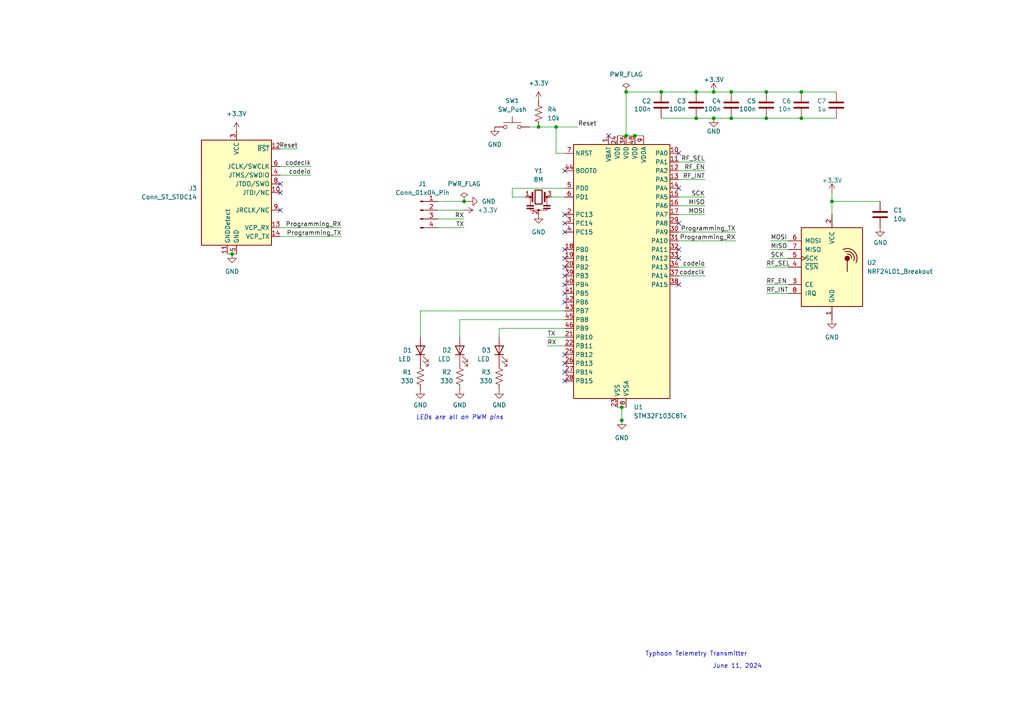
<source format=kicad_sch>
(kicad_sch
	(version 20231120)
	(generator "eeschema")
	(generator_version "8.0")
	(uuid "c6eed716-d37a-4acd-b8e2-ba11d3bec3ee")
	(paper "A4")
	(lib_symbols
		(symbol "+3.3V_1"
			(power)
			(pin_numbers hide)
			(pin_names
				(offset 0) hide)
			(exclude_from_sim no)
			(in_bom yes)
			(on_board yes)
			(property "Reference" "#PWR"
				(at 0 -3.81 0)
				(effects
					(font
						(size 1.27 1.27)
					)
					(hide yes)
				)
			)
			(property "Value" "+3.3V"
				(at 0 3.556 0)
				(effects
					(font
						(size 1.27 1.27)
					)
				)
			)
			(property "Footprint" ""
				(at 0 0 0)
				(effects
					(font
						(size 1.27 1.27)
					)
					(hide yes)
				)
			)
			(property "Datasheet" ""
				(at 0 0 0)
				(effects
					(font
						(size 1.27 1.27)
					)
					(hide yes)
				)
			)
			(property "Description" "Power symbol creates a global label with name \"+3.3V\""
				(at 0 0 0)
				(effects
					(font
						(size 1.27 1.27)
					)
					(hide yes)
				)
			)
			(property "ki_keywords" "global power"
				(at 0 0 0)
				(effects
					(font
						(size 1.27 1.27)
					)
					(hide yes)
				)
			)
			(symbol "+3.3V_1_0_1"
				(polyline
					(pts
						(xy -0.762 1.27) (xy 0 2.54)
					)
					(stroke
						(width 0)
						(type default)
					)
					(fill
						(type none)
					)
				)
				(polyline
					(pts
						(xy 0 0) (xy 0 2.54)
					)
					(stroke
						(width 0)
						(type default)
					)
					(fill
						(type none)
					)
				)
				(polyline
					(pts
						(xy 0 2.54) (xy 0.762 1.27)
					)
					(stroke
						(width 0)
						(type default)
					)
					(fill
						(type none)
					)
				)
			)
			(symbol "+3.3V_1_1_1"
				(pin power_in line
					(at 0 0 90)
					(length 0)
					(name "~"
						(effects
							(font
								(size 1.27 1.27)
							)
						)
					)
					(number "1"
						(effects
							(font
								(size 1.27 1.27)
							)
						)
					)
				)
			)
		)
		(symbol "+3.3V_2"
			(power)
			(pin_numbers hide)
			(pin_names
				(offset 0) hide)
			(exclude_from_sim no)
			(in_bom yes)
			(on_board yes)
			(property "Reference" "#PWR"
				(at 0 -3.81 0)
				(effects
					(font
						(size 1.27 1.27)
					)
					(hide yes)
				)
			)
			(property "Value" "+3.3V"
				(at 0 3.556 0)
				(effects
					(font
						(size 1.27 1.27)
					)
				)
			)
			(property "Footprint" ""
				(at 0 0 0)
				(effects
					(font
						(size 1.27 1.27)
					)
					(hide yes)
				)
			)
			(property "Datasheet" ""
				(at 0 0 0)
				(effects
					(font
						(size 1.27 1.27)
					)
					(hide yes)
				)
			)
			(property "Description" "Power symbol creates a global label with name \"+3.3V\""
				(at 0 0 0)
				(effects
					(font
						(size 1.27 1.27)
					)
					(hide yes)
				)
			)
			(property "ki_keywords" "global power"
				(at 0 0 0)
				(effects
					(font
						(size 1.27 1.27)
					)
					(hide yes)
				)
			)
			(symbol "+3.3V_2_0_1"
				(polyline
					(pts
						(xy -0.762 1.27) (xy 0 2.54)
					)
					(stroke
						(width 0)
						(type default)
					)
					(fill
						(type none)
					)
				)
				(polyline
					(pts
						(xy 0 0) (xy 0 2.54)
					)
					(stroke
						(width 0)
						(type default)
					)
					(fill
						(type none)
					)
				)
				(polyline
					(pts
						(xy 0 2.54) (xy 0.762 1.27)
					)
					(stroke
						(width 0)
						(type default)
					)
					(fill
						(type none)
					)
				)
			)
			(symbol "+3.3V_2_1_1"
				(pin power_in line
					(at 0 0 90)
					(length 0)
					(name "~"
						(effects
							(font
								(size 1.27 1.27)
							)
						)
					)
					(number "1"
						(effects
							(font
								(size 1.27 1.27)
							)
						)
					)
				)
			)
		)
		(symbol "Connector:Conn_01x04_Pin"
			(pin_names
				(offset 1.016) hide)
			(exclude_from_sim no)
			(in_bom yes)
			(on_board yes)
			(property "Reference" "J"
				(at 0 5.08 0)
				(effects
					(font
						(size 1.27 1.27)
					)
				)
			)
			(property "Value" "Conn_01x04_Pin"
				(at 0 -7.62 0)
				(effects
					(font
						(size 1.27 1.27)
					)
				)
			)
			(property "Footprint" ""
				(at 0 0 0)
				(effects
					(font
						(size 1.27 1.27)
					)
					(hide yes)
				)
			)
			(property "Datasheet" "~"
				(at 0 0 0)
				(effects
					(font
						(size 1.27 1.27)
					)
					(hide yes)
				)
			)
			(property "Description" "Generic connector, single row, 01x04, script generated"
				(at 0 0 0)
				(effects
					(font
						(size 1.27 1.27)
					)
					(hide yes)
				)
			)
			(property "ki_locked" ""
				(at 0 0 0)
				(effects
					(font
						(size 1.27 1.27)
					)
				)
			)
			(property "ki_keywords" "connector"
				(at 0 0 0)
				(effects
					(font
						(size 1.27 1.27)
					)
					(hide yes)
				)
			)
			(property "ki_fp_filters" "Connector*:*_1x??_*"
				(at 0 0 0)
				(effects
					(font
						(size 1.27 1.27)
					)
					(hide yes)
				)
			)
			(symbol "Conn_01x04_Pin_1_1"
				(polyline
					(pts
						(xy 1.27 -5.08) (xy 0.8636 -5.08)
					)
					(stroke
						(width 0.1524)
						(type default)
					)
					(fill
						(type none)
					)
				)
				(polyline
					(pts
						(xy 1.27 -2.54) (xy 0.8636 -2.54)
					)
					(stroke
						(width 0.1524)
						(type default)
					)
					(fill
						(type none)
					)
				)
				(polyline
					(pts
						(xy 1.27 0) (xy 0.8636 0)
					)
					(stroke
						(width 0.1524)
						(type default)
					)
					(fill
						(type none)
					)
				)
				(polyline
					(pts
						(xy 1.27 2.54) (xy 0.8636 2.54)
					)
					(stroke
						(width 0.1524)
						(type default)
					)
					(fill
						(type none)
					)
				)
				(rectangle
					(start 0.8636 -4.953)
					(end 0 -5.207)
					(stroke
						(width 0.1524)
						(type default)
					)
					(fill
						(type outline)
					)
				)
				(rectangle
					(start 0.8636 -2.413)
					(end 0 -2.667)
					(stroke
						(width 0.1524)
						(type default)
					)
					(fill
						(type outline)
					)
				)
				(rectangle
					(start 0.8636 0.127)
					(end 0 -0.127)
					(stroke
						(width 0.1524)
						(type default)
					)
					(fill
						(type outline)
					)
				)
				(rectangle
					(start 0.8636 2.667)
					(end 0 2.413)
					(stroke
						(width 0.1524)
						(type default)
					)
					(fill
						(type outline)
					)
				)
				(pin passive line
					(at 5.08 2.54 180)
					(length 3.81)
					(name "Pin_1"
						(effects
							(font
								(size 1.27 1.27)
							)
						)
					)
					(number "1"
						(effects
							(font
								(size 1.27 1.27)
							)
						)
					)
				)
				(pin passive line
					(at 5.08 0 180)
					(length 3.81)
					(name "Pin_2"
						(effects
							(font
								(size 1.27 1.27)
							)
						)
					)
					(number "2"
						(effects
							(font
								(size 1.27 1.27)
							)
						)
					)
				)
				(pin passive line
					(at 5.08 -2.54 180)
					(length 3.81)
					(name "Pin_3"
						(effects
							(font
								(size 1.27 1.27)
							)
						)
					)
					(number "3"
						(effects
							(font
								(size 1.27 1.27)
							)
						)
					)
				)
				(pin passive line
					(at 5.08 -5.08 180)
					(length 3.81)
					(name "Pin_4"
						(effects
							(font
								(size 1.27 1.27)
							)
						)
					)
					(number "4"
						(effects
							(font
								(size 1.27 1.27)
							)
						)
					)
				)
			)
		)
		(symbol "Connector:Conn_ST_STDC14"
			(exclude_from_sim no)
			(in_bom yes)
			(on_board yes)
			(property "Reference" "J"
				(at -8.89 16.51 0)
				(effects
					(font
						(size 1.27 1.27)
					)
					(justify right)
				)
			)
			(property "Value" "Conn_ST_STDC14"
				(at 17.78 16.51 0)
				(effects
					(font
						(size 1.27 1.27)
					)
					(justify right bottom)
				)
			)
			(property "Footprint" ""
				(at 0 0 0)
				(effects
					(font
						(size 1.27 1.27)
					)
					(hide yes)
				)
			)
			(property "Datasheet" "https://www.st.com/content/ccc/resource/technical/document/user_manual/group1/99/49/91/b6/b2/3a/46/e5/DM00526767/files/DM00526767.pdf/jcr:content/translations/en.DM00526767.pdf"
				(at -8.89 -31.75 90)
				(effects
					(font
						(size 1.27 1.27)
					)
					(hide yes)
				)
			)
			(property "Description" "ST Debug Connector, standard ARM Cortex-M SWD and JTAG interface plus UART"
				(at 0 0 0)
				(effects
					(font
						(size 1.27 1.27)
					)
					(hide yes)
				)
			)
			(property "ki_keywords" "ST STM32 Cortex Debug Connector ARM SWD JTAG"
				(at 0 0 0)
				(effects
					(font
						(size 1.27 1.27)
					)
					(hide yes)
				)
			)
			(property "ki_fp_filters" "PinHeader?2x07?P1.27mm*"
				(at 0 0 0)
				(effects
					(font
						(size 1.27 1.27)
					)
					(hide yes)
				)
			)
			(symbol "Conn_ST_STDC14_0_1"
				(rectangle
					(start -10.16 15.24)
					(end 10.16 -15.24)
					(stroke
						(width 0.254)
						(type default)
					)
					(fill
						(type background)
					)
				)
			)
			(symbol "Conn_ST_STDC14_1_1"
				(pin no_connect line
					(at -10.16 5.08 0)
					(length 2.54) hide
					(name "NC"
						(effects
							(font
								(size 1.27 1.27)
							)
						)
					)
					(number "1"
						(effects
							(font
								(size 1.27 1.27)
							)
						)
					)
				)
				(pin output line
					(at 12.7 0 180)
					(length 2.54)
					(name "JTDI/NC"
						(effects
							(font
								(size 1.27 1.27)
							)
						)
					)
					(number "10"
						(effects
							(font
								(size 1.27 1.27)
							)
						)
					)
				)
				(pin passive line
					(at -2.54 -17.78 90)
					(length 2.54)
					(name "GNDDetect"
						(effects
							(font
								(size 1.27 1.27)
							)
						)
					)
					(number "11"
						(effects
							(font
								(size 1.27 1.27)
							)
						)
					)
				)
				(pin open_collector line
					(at 12.7 12.7 180)
					(length 2.54)
					(name "~{RST}"
						(effects
							(font
								(size 1.27 1.27)
							)
						)
					)
					(number "12"
						(effects
							(font
								(size 1.27 1.27)
							)
						)
					)
				)
				(pin output line
					(at 12.7 -10.16 180)
					(length 2.54)
					(name "VCP_RX"
						(effects
							(font
								(size 1.27 1.27)
							)
						)
					)
					(number "13"
						(effects
							(font
								(size 1.27 1.27)
							)
						)
					)
				)
				(pin input line
					(at 12.7 -12.7 180)
					(length 2.54)
					(name "VCP_TX"
						(effects
							(font
								(size 1.27 1.27)
							)
						)
					)
					(number "14"
						(effects
							(font
								(size 1.27 1.27)
							)
						)
					)
				)
				(pin no_connect line
					(at -10.16 2.54 0)
					(length 2.54) hide
					(name "NC"
						(effects
							(font
								(size 1.27 1.27)
							)
						)
					)
					(number "2"
						(effects
							(font
								(size 1.27 1.27)
							)
						)
					)
				)
				(pin power_in line
					(at 0 17.78 270)
					(length 2.54)
					(name "VCC"
						(effects
							(font
								(size 1.27 1.27)
							)
						)
					)
					(number "3"
						(effects
							(font
								(size 1.27 1.27)
							)
						)
					)
				)
				(pin bidirectional line
					(at 12.7 5.08 180)
					(length 2.54)
					(name "JTMS/SWDIO"
						(effects
							(font
								(size 1.27 1.27)
							)
						)
					)
					(number "4"
						(effects
							(font
								(size 1.27 1.27)
							)
						)
					)
				)
				(pin power_in line
					(at 0 -17.78 90)
					(length 2.54)
					(name "GND"
						(effects
							(font
								(size 1.27 1.27)
							)
						)
					)
					(number "5"
						(effects
							(font
								(size 1.27 1.27)
							)
						)
					)
				)
				(pin output line
					(at 12.7 7.62 180)
					(length 2.54)
					(name "JCLK/SWCLK"
						(effects
							(font
								(size 1.27 1.27)
							)
						)
					)
					(number "6"
						(effects
							(font
								(size 1.27 1.27)
							)
						)
					)
				)
				(pin passive line
					(at 0 -17.78 90)
					(length 2.54) hide
					(name "GND"
						(effects
							(font
								(size 1.27 1.27)
							)
						)
					)
					(number "7"
						(effects
							(font
								(size 1.27 1.27)
							)
						)
					)
				)
				(pin input line
					(at 12.7 2.54 180)
					(length 2.54)
					(name "JTDO/SWO"
						(effects
							(font
								(size 1.27 1.27)
							)
						)
					)
					(number "8"
						(effects
							(font
								(size 1.27 1.27)
							)
						)
					)
				)
				(pin input line
					(at 12.7 -5.08 180)
					(length 2.54)
					(name "JRCLK/NC"
						(effects
							(font
								(size 1.27 1.27)
							)
						)
					)
					(number "9"
						(effects
							(font
								(size 1.27 1.27)
							)
						)
					)
				)
			)
		)
		(symbol "Device:C"
			(pin_numbers hide)
			(pin_names
				(offset 0.254)
			)
			(exclude_from_sim no)
			(in_bom yes)
			(on_board yes)
			(property "Reference" "C"
				(at 0.635 2.54 0)
				(effects
					(font
						(size 1.27 1.27)
					)
					(justify left)
				)
			)
			(property "Value" "C"
				(at 0.635 -2.54 0)
				(effects
					(font
						(size 1.27 1.27)
					)
					(justify left)
				)
			)
			(property "Footprint" ""
				(at 0.9652 -3.81 0)
				(effects
					(font
						(size 1.27 1.27)
					)
					(hide yes)
				)
			)
			(property "Datasheet" "~"
				(at 0 0 0)
				(effects
					(font
						(size 1.27 1.27)
					)
					(hide yes)
				)
			)
			(property "Description" "Unpolarized capacitor"
				(at 0 0 0)
				(effects
					(font
						(size 1.27 1.27)
					)
					(hide yes)
				)
			)
			(property "ki_keywords" "cap capacitor"
				(at 0 0 0)
				(effects
					(font
						(size 1.27 1.27)
					)
					(hide yes)
				)
			)
			(property "ki_fp_filters" "C_*"
				(at 0 0 0)
				(effects
					(font
						(size 1.27 1.27)
					)
					(hide yes)
				)
			)
			(symbol "C_0_1"
				(polyline
					(pts
						(xy -2.032 -0.762) (xy 2.032 -0.762)
					)
					(stroke
						(width 0.508)
						(type default)
					)
					(fill
						(type none)
					)
				)
				(polyline
					(pts
						(xy -2.032 0.762) (xy 2.032 0.762)
					)
					(stroke
						(width 0.508)
						(type default)
					)
					(fill
						(type none)
					)
				)
			)
			(symbol "C_1_1"
				(pin passive line
					(at 0 3.81 270)
					(length 2.794)
					(name "~"
						(effects
							(font
								(size 1.27 1.27)
							)
						)
					)
					(number "1"
						(effects
							(font
								(size 1.27 1.27)
							)
						)
					)
				)
				(pin passive line
					(at 0 -3.81 90)
					(length 2.794)
					(name "~"
						(effects
							(font
								(size 1.27 1.27)
							)
						)
					)
					(number "2"
						(effects
							(font
								(size 1.27 1.27)
							)
						)
					)
				)
			)
		)
		(symbol "Device:LED"
			(pin_numbers hide)
			(pin_names
				(offset 1.016) hide)
			(exclude_from_sim no)
			(in_bom yes)
			(on_board yes)
			(property "Reference" "D"
				(at 0 2.54 0)
				(effects
					(font
						(size 1.27 1.27)
					)
				)
			)
			(property "Value" "LED"
				(at 0 -2.54 0)
				(effects
					(font
						(size 1.27 1.27)
					)
				)
			)
			(property "Footprint" ""
				(at 0 0 0)
				(effects
					(font
						(size 1.27 1.27)
					)
					(hide yes)
				)
			)
			(property "Datasheet" "~"
				(at 0 0 0)
				(effects
					(font
						(size 1.27 1.27)
					)
					(hide yes)
				)
			)
			(property "Description" "Light emitting diode"
				(at 0 0 0)
				(effects
					(font
						(size 1.27 1.27)
					)
					(hide yes)
				)
			)
			(property "ki_keywords" "LED diode"
				(at 0 0 0)
				(effects
					(font
						(size 1.27 1.27)
					)
					(hide yes)
				)
			)
			(property "ki_fp_filters" "LED* LED_SMD:* LED_THT:*"
				(at 0 0 0)
				(effects
					(font
						(size 1.27 1.27)
					)
					(hide yes)
				)
			)
			(symbol "LED_0_1"
				(polyline
					(pts
						(xy -1.27 -1.27) (xy -1.27 1.27)
					)
					(stroke
						(width 0.254)
						(type default)
					)
					(fill
						(type none)
					)
				)
				(polyline
					(pts
						(xy -1.27 0) (xy 1.27 0)
					)
					(stroke
						(width 0)
						(type default)
					)
					(fill
						(type none)
					)
				)
				(polyline
					(pts
						(xy 1.27 -1.27) (xy 1.27 1.27) (xy -1.27 0) (xy 1.27 -1.27)
					)
					(stroke
						(width 0.254)
						(type default)
					)
					(fill
						(type none)
					)
				)
				(polyline
					(pts
						(xy -3.048 -0.762) (xy -4.572 -2.286) (xy -3.81 -2.286) (xy -4.572 -2.286) (xy -4.572 -1.524)
					)
					(stroke
						(width 0)
						(type default)
					)
					(fill
						(type none)
					)
				)
				(polyline
					(pts
						(xy -1.778 -0.762) (xy -3.302 -2.286) (xy -2.54 -2.286) (xy -3.302 -2.286) (xy -3.302 -1.524)
					)
					(stroke
						(width 0)
						(type default)
					)
					(fill
						(type none)
					)
				)
			)
			(symbol "LED_1_1"
				(pin passive line
					(at -3.81 0 0)
					(length 2.54)
					(name "K"
						(effects
							(font
								(size 1.27 1.27)
							)
						)
					)
					(number "1"
						(effects
							(font
								(size 1.27 1.27)
							)
						)
					)
				)
				(pin passive line
					(at 3.81 0 180)
					(length 2.54)
					(name "A"
						(effects
							(font
								(size 1.27 1.27)
							)
						)
					)
					(number "2"
						(effects
							(font
								(size 1.27 1.27)
							)
						)
					)
				)
			)
		)
		(symbol "Device:R_US"
			(pin_numbers hide)
			(pin_names
				(offset 0)
			)
			(exclude_from_sim no)
			(in_bom yes)
			(on_board yes)
			(property "Reference" "R"
				(at 2.54 0 90)
				(effects
					(font
						(size 1.27 1.27)
					)
				)
			)
			(property "Value" "R_US"
				(at -2.54 0 90)
				(effects
					(font
						(size 1.27 1.27)
					)
				)
			)
			(property "Footprint" ""
				(at 1.016 -0.254 90)
				(effects
					(font
						(size 1.27 1.27)
					)
					(hide yes)
				)
			)
			(property "Datasheet" "~"
				(at 0 0 0)
				(effects
					(font
						(size 1.27 1.27)
					)
					(hide yes)
				)
			)
			(property "Description" "Resistor, US symbol"
				(at 0 0 0)
				(effects
					(font
						(size 1.27 1.27)
					)
					(hide yes)
				)
			)
			(property "ki_keywords" "R res resistor"
				(at 0 0 0)
				(effects
					(font
						(size 1.27 1.27)
					)
					(hide yes)
				)
			)
			(property "ki_fp_filters" "R_*"
				(at 0 0 0)
				(effects
					(font
						(size 1.27 1.27)
					)
					(hide yes)
				)
			)
			(symbol "R_US_0_1"
				(polyline
					(pts
						(xy 0 -2.286) (xy 0 -2.54)
					)
					(stroke
						(width 0)
						(type default)
					)
					(fill
						(type none)
					)
				)
				(polyline
					(pts
						(xy 0 2.286) (xy 0 2.54)
					)
					(stroke
						(width 0)
						(type default)
					)
					(fill
						(type none)
					)
				)
				(polyline
					(pts
						(xy 0 -0.762) (xy 1.016 -1.143) (xy 0 -1.524) (xy -1.016 -1.905) (xy 0 -2.286)
					)
					(stroke
						(width 0)
						(type default)
					)
					(fill
						(type none)
					)
				)
				(polyline
					(pts
						(xy 0 0.762) (xy 1.016 0.381) (xy 0 0) (xy -1.016 -0.381) (xy 0 -0.762)
					)
					(stroke
						(width 0)
						(type default)
					)
					(fill
						(type none)
					)
				)
				(polyline
					(pts
						(xy 0 2.286) (xy 1.016 1.905) (xy 0 1.524) (xy -1.016 1.143) (xy 0 0.762)
					)
					(stroke
						(width 0)
						(type default)
					)
					(fill
						(type none)
					)
				)
			)
			(symbol "R_US_1_1"
				(pin passive line
					(at 0 3.81 270)
					(length 1.27)
					(name "~"
						(effects
							(font
								(size 1.27 1.27)
							)
						)
					)
					(number "1"
						(effects
							(font
								(size 1.27 1.27)
							)
						)
					)
				)
				(pin passive line
					(at 0 -3.81 90)
					(length 1.27)
					(name "~"
						(effects
							(font
								(size 1.27 1.27)
							)
						)
					)
					(number "2"
						(effects
							(font
								(size 1.27 1.27)
							)
						)
					)
				)
			)
		)
		(symbol "Device:Resonator"
			(pin_names
				(offset 1.016) hide)
			(exclude_from_sim no)
			(in_bom yes)
			(on_board yes)
			(property "Reference" "Y"
				(at 0 5.715 0)
				(effects
					(font
						(size 1.27 1.27)
					)
				)
			)
			(property "Value" "Resonator"
				(at 0 3.81 0)
				(effects
					(font
						(size 1.27 1.27)
					)
				)
			)
			(property "Footprint" ""
				(at -0.635 0 0)
				(effects
					(font
						(size 1.27 1.27)
					)
					(hide yes)
				)
			)
			(property "Datasheet" "~"
				(at -0.635 0 0)
				(effects
					(font
						(size 1.27 1.27)
					)
					(hide yes)
				)
			)
			(property "Description" "Three pin ceramic resonator"
				(at 0 0 0)
				(effects
					(font
						(size 1.27 1.27)
					)
					(hide yes)
				)
			)
			(property "ki_keywords" "ceramic resonator"
				(at 0 0 0)
				(effects
					(font
						(size 1.27 1.27)
					)
					(hide yes)
				)
			)
			(property "ki_fp_filters" "Filter* Resonator*"
				(at 0 0 0)
				(effects
					(font
						(size 1.27 1.27)
					)
					(hide yes)
				)
			)
			(symbol "Resonator_0_1"
				(rectangle
					(start -3.429 -3.175)
					(end -1.397 -3.429)
					(stroke
						(width 0)
						(type default)
					)
					(fill
						(type outline)
					)
				)
				(rectangle
					(start -3.429 -2.413)
					(end -1.397 -2.667)
					(stroke
						(width 0)
						(type default)
					)
					(fill
						(type outline)
					)
				)
				(circle
					(center -2.413 0)
					(radius 0.254)
					(stroke
						(width 0)
						(type default)
					)
					(fill
						(type outline)
					)
				)
				(rectangle
					(start -1.016 2.032)
					(end 1.016 -2.032)
					(stroke
						(width 0.3048)
						(type default)
					)
					(fill
						(type none)
					)
				)
				(circle
					(center 0 -3.81)
					(radius 0.254)
					(stroke
						(width 0)
						(type default)
					)
					(fill
						(type outline)
					)
				)
				(polyline
					(pts
						(xy -2.413 -2.413) (xy -2.413 0)
					)
					(stroke
						(width 0)
						(type default)
					)
					(fill
						(type none)
					)
				)
				(polyline
					(pts
						(xy -1.905 0) (xy -3.175 0)
					)
					(stroke
						(width 0)
						(type default)
					)
					(fill
						(type none)
					)
				)
				(polyline
					(pts
						(xy -1.778 -1.27) (xy -1.778 1.27)
					)
					(stroke
						(width 0.508)
						(type default)
					)
					(fill
						(type none)
					)
				)
				(polyline
					(pts
						(xy 1.778 -1.27) (xy 1.778 1.27)
					)
					(stroke
						(width 0.508)
						(type default)
					)
					(fill
						(type none)
					)
				)
				(polyline
					(pts
						(xy 1.905 0) (xy 2.54 0)
					)
					(stroke
						(width 0)
						(type default)
					)
					(fill
						(type none)
					)
				)
				(polyline
					(pts
						(xy 2.413 0) (xy 2.413 -2.54)
					)
					(stroke
						(width 0)
						(type default)
					)
					(fill
						(type none)
					)
				)
				(polyline
					(pts
						(xy 2.413 -3.302) (xy 2.413 -3.81) (xy -2.413 -3.81) (xy -2.413 -3.302)
					)
					(stroke
						(width 0)
						(type default)
					)
					(fill
						(type none)
					)
				)
				(rectangle
					(start 1.397 -3.175)
					(end 3.429 -3.429)
					(stroke
						(width 0)
						(type default)
					)
					(fill
						(type outline)
					)
				)
				(rectangle
					(start 1.397 -2.413)
					(end 3.429 -2.667)
					(stroke
						(width 0)
						(type default)
					)
					(fill
						(type outline)
					)
				)
				(circle
					(center 2.413 0)
					(radius 0.254)
					(stroke
						(width 0)
						(type default)
					)
					(fill
						(type outline)
					)
				)
			)
			(symbol "Resonator_1_1"
				(pin passive line
					(at -3.81 0 0)
					(length 1.27)
					(name "1"
						(effects
							(font
								(size 1.27 1.27)
							)
						)
					)
					(number "1"
						(effects
							(font
								(size 1.27 1.27)
							)
						)
					)
				)
				(pin passive line
					(at 0 -5.08 90)
					(length 1.27)
					(name "2"
						(effects
							(font
								(size 1.27 1.27)
							)
						)
					)
					(number "2"
						(effects
							(font
								(size 1.27 1.27)
							)
						)
					)
				)
				(pin passive line
					(at 3.81 0 180)
					(length 1.27)
					(name "3"
						(effects
							(font
								(size 1.27 1.27)
							)
						)
					)
					(number "3"
						(effects
							(font
								(size 1.27 1.27)
							)
						)
					)
				)
			)
		)
		(symbol "GND_1"
			(power)
			(pin_numbers hide)
			(pin_names
				(offset 0) hide)
			(exclude_from_sim no)
			(in_bom yes)
			(on_board yes)
			(property "Reference" "#PWR"
				(at 0 -6.35 0)
				(effects
					(font
						(size 1.27 1.27)
					)
					(hide yes)
				)
			)
			(property "Value" "GND"
				(at 0 -3.81 0)
				(effects
					(font
						(size 1.27 1.27)
					)
				)
			)
			(property "Footprint" ""
				(at 0 0 0)
				(effects
					(font
						(size 1.27 1.27)
					)
					(hide yes)
				)
			)
			(property "Datasheet" ""
				(at 0 0 0)
				(effects
					(font
						(size 1.27 1.27)
					)
					(hide yes)
				)
			)
			(property "Description" "Power symbol creates a global label with name \"GND\" , ground"
				(at 0 0 0)
				(effects
					(font
						(size 1.27 1.27)
					)
					(hide yes)
				)
			)
			(property "ki_keywords" "global power"
				(at 0 0 0)
				(effects
					(font
						(size 1.27 1.27)
					)
					(hide yes)
				)
			)
			(symbol "GND_1_0_1"
				(polyline
					(pts
						(xy 0 0) (xy 0 -1.27) (xy 1.27 -1.27) (xy 0 -2.54) (xy -1.27 -1.27) (xy 0 -1.27)
					)
					(stroke
						(width 0)
						(type default)
					)
					(fill
						(type none)
					)
				)
			)
			(symbol "GND_1_1_1"
				(pin power_in line
					(at 0 0 270)
					(length 0)
					(name "~"
						(effects
							(font
								(size 1.27 1.27)
							)
						)
					)
					(number "1"
						(effects
							(font
								(size 1.27 1.27)
							)
						)
					)
				)
			)
		)
		(symbol "GND_2"
			(power)
			(pin_numbers hide)
			(pin_names
				(offset 0) hide)
			(exclude_from_sim no)
			(in_bom yes)
			(on_board yes)
			(property "Reference" "#PWR"
				(at 0 -6.35 0)
				(effects
					(font
						(size 1.27 1.27)
					)
					(hide yes)
				)
			)
			(property "Value" "GND"
				(at 0 -3.81 0)
				(effects
					(font
						(size 1.27 1.27)
					)
				)
			)
			(property "Footprint" ""
				(at 0 0 0)
				(effects
					(font
						(size 1.27 1.27)
					)
					(hide yes)
				)
			)
			(property "Datasheet" ""
				(at 0 0 0)
				(effects
					(font
						(size 1.27 1.27)
					)
					(hide yes)
				)
			)
			(property "Description" "Power symbol creates a global label with name \"GND\" , ground"
				(at 0 0 0)
				(effects
					(font
						(size 1.27 1.27)
					)
					(hide yes)
				)
			)
			(property "ki_keywords" "global power"
				(at 0 0 0)
				(effects
					(font
						(size 1.27 1.27)
					)
					(hide yes)
				)
			)
			(symbol "GND_2_0_1"
				(polyline
					(pts
						(xy 0 0) (xy 0 -1.27) (xy 1.27 -1.27) (xy 0 -2.54) (xy -1.27 -1.27) (xy 0 -1.27)
					)
					(stroke
						(width 0)
						(type default)
					)
					(fill
						(type none)
					)
				)
			)
			(symbol "GND_2_1_1"
				(pin power_in line
					(at 0 0 270)
					(length 0)
					(name "~"
						(effects
							(font
								(size 1.27 1.27)
							)
						)
					)
					(number "1"
						(effects
							(font
								(size 1.27 1.27)
							)
						)
					)
				)
			)
		)
		(symbol "GND_3"
			(power)
			(pin_numbers hide)
			(pin_names
				(offset 0) hide)
			(exclude_from_sim no)
			(in_bom yes)
			(on_board yes)
			(property "Reference" "#PWR"
				(at 0 -6.35 0)
				(effects
					(font
						(size 1.27 1.27)
					)
					(hide yes)
				)
			)
			(property "Value" "GND"
				(at 0 -3.81 0)
				(effects
					(font
						(size 1.27 1.27)
					)
				)
			)
			(property "Footprint" ""
				(at 0 0 0)
				(effects
					(font
						(size 1.27 1.27)
					)
					(hide yes)
				)
			)
			(property "Datasheet" ""
				(at 0 0 0)
				(effects
					(font
						(size 1.27 1.27)
					)
					(hide yes)
				)
			)
			(property "Description" "Power symbol creates a global label with name \"GND\" , ground"
				(at 0 0 0)
				(effects
					(font
						(size 1.27 1.27)
					)
					(hide yes)
				)
			)
			(property "ki_keywords" "global power"
				(at 0 0 0)
				(effects
					(font
						(size 1.27 1.27)
					)
					(hide yes)
				)
			)
			(symbol "GND_3_0_1"
				(polyline
					(pts
						(xy 0 0) (xy 0 -1.27) (xy 1.27 -1.27) (xy 0 -2.54) (xy -1.27 -1.27) (xy 0 -1.27)
					)
					(stroke
						(width 0)
						(type default)
					)
					(fill
						(type none)
					)
				)
			)
			(symbol "GND_3_1_1"
				(pin power_in line
					(at 0 0 270)
					(length 0)
					(name "~"
						(effects
							(font
								(size 1.27 1.27)
							)
						)
					)
					(number "1"
						(effects
							(font
								(size 1.27 1.27)
							)
						)
					)
				)
			)
		)
		(symbol "GND_4"
			(power)
			(pin_numbers hide)
			(pin_names
				(offset 0) hide)
			(exclude_from_sim no)
			(in_bom yes)
			(on_board yes)
			(property "Reference" "#PWR"
				(at 0 -6.35 0)
				(effects
					(font
						(size 1.27 1.27)
					)
					(hide yes)
				)
			)
			(property "Value" "GND"
				(at 0 -3.81 0)
				(effects
					(font
						(size 1.27 1.27)
					)
				)
			)
			(property "Footprint" ""
				(at 0 0 0)
				(effects
					(font
						(size 1.27 1.27)
					)
					(hide yes)
				)
			)
			(property "Datasheet" ""
				(at 0 0 0)
				(effects
					(font
						(size 1.27 1.27)
					)
					(hide yes)
				)
			)
			(property "Description" "Power symbol creates a global label with name \"GND\" , ground"
				(at 0 0 0)
				(effects
					(font
						(size 1.27 1.27)
					)
					(hide yes)
				)
			)
			(property "ki_keywords" "global power"
				(at 0 0 0)
				(effects
					(font
						(size 1.27 1.27)
					)
					(hide yes)
				)
			)
			(symbol "GND_4_0_1"
				(polyline
					(pts
						(xy 0 0) (xy 0 -1.27) (xy 1.27 -1.27) (xy 0 -2.54) (xy -1.27 -1.27) (xy 0 -1.27)
					)
					(stroke
						(width 0)
						(type default)
					)
					(fill
						(type none)
					)
				)
			)
			(symbol "GND_4_1_1"
				(pin power_in line
					(at 0 0 270)
					(length 0)
					(name "~"
						(effects
							(font
								(size 1.27 1.27)
							)
						)
					)
					(number "1"
						(effects
							(font
								(size 1.27 1.27)
							)
						)
					)
				)
			)
		)
		(symbol "GND_5"
			(power)
			(pin_numbers hide)
			(pin_names
				(offset 0) hide)
			(exclude_from_sim no)
			(in_bom yes)
			(on_board yes)
			(property "Reference" "#PWR"
				(at 0 -6.35 0)
				(effects
					(font
						(size 1.27 1.27)
					)
					(hide yes)
				)
			)
			(property "Value" "GND"
				(at 0 -3.81 0)
				(effects
					(font
						(size 1.27 1.27)
					)
				)
			)
			(property "Footprint" ""
				(at 0 0 0)
				(effects
					(font
						(size 1.27 1.27)
					)
					(hide yes)
				)
			)
			(property "Datasheet" ""
				(at 0 0 0)
				(effects
					(font
						(size 1.27 1.27)
					)
					(hide yes)
				)
			)
			(property "Description" "Power symbol creates a global label with name \"GND\" , ground"
				(at 0 0 0)
				(effects
					(font
						(size 1.27 1.27)
					)
					(hide yes)
				)
			)
			(property "ki_keywords" "global power"
				(at 0 0 0)
				(effects
					(font
						(size 1.27 1.27)
					)
					(hide yes)
				)
			)
			(symbol "GND_5_0_1"
				(polyline
					(pts
						(xy 0 0) (xy 0 -1.27) (xy 1.27 -1.27) (xy 0 -2.54) (xy -1.27 -1.27) (xy 0 -1.27)
					)
					(stroke
						(width 0)
						(type default)
					)
					(fill
						(type none)
					)
				)
			)
			(symbol "GND_5_1_1"
				(pin power_in line
					(at 0 0 270)
					(length 0)
					(name "~"
						(effects
							(font
								(size 1.27 1.27)
							)
						)
					)
					(number "1"
						(effects
							(font
								(size 1.27 1.27)
							)
						)
					)
				)
			)
		)
		(symbol "MCU_ST_STM32F1:STM32F103C8Tx"
			(exclude_from_sim no)
			(in_bom yes)
			(on_board yes)
			(property "Reference" "U"
				(at -12.7 39.37 0)
				(effects
					(font
						(size 1.27 1.27)
					)
					(justify left)
				)
			)
			(property "Value" "STM32F103C8Tx"
				(at 10.16 39.37 0)
				(effects
					(font
						(size 1.27 1.27)
					)
					(justify left)
				)
			)
			(property "Footprint" "Package_QFP:LQFP-48_7x7mm_P0.5mm"
				(at -12.7 -35.56 0)
				(effects
					(font
						(size 1.27 1.27)
					)
					(justify right)
					(hide yes)
				)
			)
			(property "Datasheet" "https://www.st.com/resource/en/datasheet/stm32f103c8.pdf"
				(at 0 0 0)
				(effects
					(font
						(size 1.27 1.27)
					)
					(hide yes)
				)
			)
			(property "Description" "STMicroelectronics Arm Cortex-M3 MCU, 64KB flash, 20KB RAM, 72 MHz, 2.0-3.6V, 37 GPIO, LQFP48"
				(at 0 0 0)
				(effects
					(font
						(size 1.27 1.27)
					)
					(hide yes)
				)
			)
			(property "ki_locked" ""
				(at 0 0 0)
				(effects
					(font
						(size 1.27 1.27)
					)
				)
			)
			(property "ki_keywords" "Arm Cortex-M3 STM32F1 STM32F103"
				(at 0 0 0)
				(effects
					(font
						(size 1.27 1.27)
					)
					(hide yes)
				)
			)
			(property "ki_fp_filters" "LQFP*7x7mm*P0.5mm*"
				(at 0 0 0)
				(effects
					(font
						(size 1.27 1.27)
					)
					(hide yes)
				)
			)
			(symbol "STM32F103C8Tx_0_1"
				(rectangle
					(start -12.7 -35.56)
					(end 15.24 38.1)
					(stroke
						(width 0.254)
						(type default)
					)
					(fill
						(type background)
					)
				)
			)
			(symbol "STM32F103C8Tx_1_1"
				(pin power_in line
					(at -2.54 40.64 270)
					(length 2.54)
					(name "VBAT"
						(effects
							(font
								(size 1.27 1.27)
							)
						)
					)
					(number "1"
						(effects
							(font
								(size 1.27 1.27)
							)
						)
					)
				)
				(pin bidirectional line
					(at 17.78 35.56 180)
					(length 2.54)
					(name "PA0"
						(effects
							(font
								(size 1.27 1.27)
							)
						)
					)
					(number "10"
						(effects
							(font
								(size 1.27 1.27)
							)
						)
					)
					(alternate "ADC1_IN0" bidirectional line)
					(alternate "ADC2_IN0" bidirectional line)
					(alternate "SYS_WKUP" bidirectional line)
					(alternate "TIM2_CH1" bidirectional line)
					(alternate "TIM2_ETR" bidirectional line)
					(alternate "USART2_CTS" bidirectional line)
				)
				(pin bidirectional line
					(at 17.78 33.02 180)
					(length 2.54)
					(name "PA1"
						(effects
							(font
								(size 1.27 1.27)
							)
						)
					)
					(number "11"
						(effects
							(font
								(size 1.27 1.27)
							)
						)
					)
					(alternate "ADC1_IN1" bidirectional line)
					(alternate "ADC2_IN1" bidirectional line)
					(alternate "TIM2_CH2" bidirectional line)
					(alternate "USART2_RTS" bidirectional line)
				)
				(pin bidirectional line
					(at 17.78 30.48 180)
					(length 2.54)
					(name "PA2"
						(effects
							(font
								(size 1.27 1.27)
							)
						)
					)
					(number "12"
						(effects
							(font
								(size 1.27 1.27)
							)
						)
					)
					(alternate "ADC1_IN2" bidirectional line)
					(alternate "ADC2_IN2" bidirectional line)
					(alternate "TIM2_CH3" bidirectional line)
					(alternate "USART2_TX" bidirectional line)
				)
				(pin bidirectional line
					(at 17.78 27.94 180)
					(length 2.54)
					(name "PA3"
						(effects
							(font
								(size 1.27 1.27)
							)
						)
					)
					(number "13"
						(effects
							(font
								(size 1.27 1.27)
							)
						)
					)
					(alternate "ADC1_IN3" bidirectional line)
					(alternate "ADC2_IN3" bidirectional line)
					(alternate "TIM2_CH4" bidirectional line)
					(alternate "USART2_RX" bidirectional line)
				)
				(pin bidirectional line
					(at 17.78 25.4 180)
					(length 2.54)
					(name "PA4"
						(effects
							(font
								(size 1.27 1.27)
							)
						)
					)
					(number "14"
						(effects
							(font
								(size 1.27 1.27)
							)
						)
					)
					(alternate "ADC1_IN4" bidirectional line)
					(alternate "ADC2_IN4" bidirectional line)
					(alternate "SPI1_NSS" bidirectional line)
					(alternate "USART2_CK" bidirectional line)
				)
				(pin bidirectional line
					(at 17.78 22.86 180)
					(length 2.54)
					(name "PA5"
						(effects
							(font
								(size 1.27 1.27)
							)
						)
					)
					(number "15"
						(effects
							(font
								(size 1.27 1.27)
							)
						)
					)
					(alternate "ADC1_IN5" bidirectional line)
					(alternate "ADC2_IN5" bidirectional line)
					(alternate "SPI1_SCK" bidirectional line)
				)
				(pin bidirectional line
					(at 17.78 20.32 180)
					(length 2.54)
					(name "PA6"
						(effects
							(font
								(size 1.27 1.27)
							)
						)
					)
					(number "16"
						(effects
							(font
								(size 1.27 1.27)
							)
						)
					)
					(alternate "ADC1_IN6" bidirectional line)
					(alternate "ADC2_IN6" bidirectional line)
					(alternate "SPI1_MISO" bidirectional line)
					(alternate "TIM1_BKIN" bidirectional line)
					(alternate "TIM3_CH1" bidirectional line)
				)
				(pin bidirectional line
					(at 17.78 17.78 180)
					(length 2.54)
					(name "PA7"
						(effects
							(font
								(size 1.27 1.27)
							)
						)
					)
					(number "17"
						(effects
							(font
								(size 1.27 1.27)
							)
						)
					)
					(alternate "ADC1_IN7" bidirectional line)
					(alternate "ADC2_IN7" bidirectional line)
					(alternate "SPI1_MOSI" bidirectional line)
					(alternate "TIM1_CH1N" bidirectional line)
					(alternate "TIM3_CH2" bidirectional line)
				)
				(pin bidirectional line
					(at -15.24 7.62 0)
					(length 2.54)
					(name "PB0"
						(effects
							(font
								(size 1.27 1.27)
							)
						)
					)
					(number "18"
						(effects
							(font
								(size 1.27 1.27)
							)
						)
					)
					(alternate "ADC1_IN8" bidirectional line)
					(alternate "ADC2_IN8" bidirectional line)
					(alternate "TIM1_CH2N" bidirectional line)
					(alternate "TIM3_CH3" bidirectional line)
				)
				(pin bidirectional line
					(at -15.24 5.08 0)
					(length 2.54)
					(name "PB1"
						(effects
							(font
								(size 1.27 1.27)
							)
						)
					)
					(number "19"
						(effects
							(font
								(size 1.27 1.27)
							)
						)
					)
					(alternate "ADC1_IN9" bidirectional line)
					(alternate "ADC2_IN9" bidirectional line)
					(alternate "TIM1_CH3N" bidirectional line)
					(alternate "TIM3_CH4" bidirectional line)
				)
				(pin bidirectional line
					(at -15.24 17.78 0)
					(length 2.54)
					(name "PC13"
						(effects
							(font
								(size 1.27 1.27)
							)
						)
					)
					(number "2"
						(effects
							(font
								(size 1.27 1.27)
							)
						)
					)
					(alternate "RTC_OUT" bidirectional line)
					(alternate "RTC_TAMPER" bidirectional line)
				)
				(pin bidirectional line
					(at -15.24 2.54 0)
					(length 2.54)
					(name "PB2"
						(effects
							(font
								(size 1.27 1.27)
							)
						)
					)
					(number "20"
						(effects
							(font
								(size 1.27 1.27)
							)
						)
					)
				)
				(pin bidirectional line
					(at -15.24 -17.78 0)
					(length 2.54)
					(name "PB10"
						(effects
							(font
								(size 1.27 1.27)
							)
						)
					)
					(number "21"
						(effects
							(font
								(size 1.27 1.27)
							)
						)
					)
					(alternate "I2C2_SCL" bidirectional line)
					(alternate "TIM2_CH3" bidirectional line)
					(alternate "USART3_TX" bidirectional line)
				)
				(pin bidirectional line
					(at -15.24 -20.32 0)
					(length 2.54)
					(name "PB11"
						(effects
							(font
								(size 1.27 1.27)
							)
						)
					)
					(number "22"
						(effects
							(font
								(size 1.27 1.27)
							)
						)
					)
					(alternate "ADC1_EXTI11" bidirectional line)
					(alternate "ADC2_EXTI11" bidirectional line)
					(alternate "I2C2_SDA" bidirectional line)
					(alternate "TIM2_CH4" bidirectional line)
					(alternate "USART3_RX" bidirectional line)
				)
				(pin power_in line
					(at 0 -38.1 90)
					(length 2.54)
					(name "VSS"
						(effects
							(font
								(size 1.27 1.27)
							)
						)
					)
					(number "23"
						(effects
							(font
								(size 1.27 1.27)
							)
						)
					)
				)
				(pin power_in line
					(at 0 40.64 270)
					(length 2.54)
					(name "VDD"
						(effects
							(font
								(size 1.27 1.27)
							)
						)
					)
					(number "24"
						(effects
							(font
								(size 1.27 1.27)
							)
						)
					)
				)
				(pin bidirectional line
					(at -15.24 -22.86 0)
					(length 2.54)
					(name "PB12"
						(effects
							(font
								(size 1.27 1.27)
							)
						)
					)
					(number "25"
						(effects
							(font
								(size 1.27 1.27)
							)
						)
					)
					(alternate "I2C2_SMBA" bidirectional line)
					(alternate "SPI2_NSS" bidirectional line)
					(alternate "TIM1_BKIN" bidirectional line)
					(alternate "USART3_CK" bidirectional line)
				)
				(pin bidirectional line
					(at -15.24 -25.4 0)
					(length 2.54)
					(name "PB13"
						(effects
							(font
								(size 1.27 1.27)
							)
						)
					)
					(number "26"
						(effects
							(font
								(size 1.27 1.27)
							)
						)
					)
					(alternate "SPI2_SCK" bidirectional line)
					(alternate "TIM1_CH1N" bidirectional line)
					(alternate "USART3_CTS" bidirectional line)
				)
				(pin bidirectional line
					(at -15.24 -27.94 0)
					(length 2.54)
					(name "PB14"
						(effects
							(font
								(size 1.27 1.27)
							)
						)
					)
					(number "27"
						(effects
							(font
								(size 1.27 1.27)
							)
						)
					)
					(alternate "SPI2_MISO" bidirectional line)
					(alternate "TIM1_CH2N" bidirectional line)
					(alternate "USART3_RTS" bidirectional line)
				)
				(pin bidirectional line
					(at -15.24 -30.48 0)
					(length 2.54)
					(name "PB15"
						(effects
							(font
								(size 1.27 1.27)
							)
						)
					)
					(number "28"
						(effects
							(font
								(size 1.27 1.27)
							)
						)
					)
					(alternate "ADC1_EXTI15" bidirectional line)
					(alternate "ADC2_EXTI15" bidirectional line)
					(alternate "SPI2_MOSI" bidirectional line)
					(alternate "TIM1_CH3N" bidirectional line)
				)
				(pin bidirectional line
					(at 17.78 15.24 180)
					(length 2.54)
					(name "PA8"
						(effects
							(font
								(size 1.27 1.27)
							)
						)
					)
					(number "29"
						(effects
							(font
								(size 1.27 1.27)
							)
						)
					)
					(alternate "RCC_MCO" bidirectional line)
					(alternate "TIM1_CH1" bidirectional line)
					(alternate "USART1_CK" bidirectional line)
				)
				(pin bidirectional line
					(at -15.24 15.24 0)
					(length 2.54)
					(name "PC14"
						(effects
							(font
								(size 1.27 1.27)
							)
						)
					)
					(number "3"
						(effects
							(font
								(size 1.27 1.27)
							)
						)
					)
					(alternate "RCC_OSC32_IN" bidirectional line)
				)
				(pin bidirectional line
					(at 17.78 12.7 180)
					(length 2.54)
					(name "PA9"
						(effects
							(font
								(size 1.27 1.27)
							)
						)
					)
					(number "30"
						(effects
							(font
								(size 1.27 1.27)
							)
						)
					)
					(alternate "TIM1_CH2" bidirectional line)
					(alternate "USART1_TX" bidirectional line)
				)
				(pin bidirectional line
					(at 17.78 10.16 180)
					(length 2.54)
					(name "PA10"
						(effects
							(font
								(size 1.27 1.27)
							)
						)
					)
					(number "31"
						(effects
							(font
								(size 1.27 1.27)
							)
						)
					)
					(alternate "TIM1_CH3" bidirectional line)
					(alternate "USART1_RX" bidirectional line)
				)
				(pin bidirectional line
					(at 17.78 7.62 180)
					(length 2.54)
					(name "PA11"
						(effects
							(font
								(size 1.27 1.27)
							)
						)
					)
					(number "32"
						(effects
							(font
								(size 1.27 1.27)
							)
						)
					)
					(alternate "ADC1_EXTI11" bidirectional line)
					(alternate "ADC2_EXTI11" bidirectional line)
					(alternate "CAN_RX" bidirectional line)
					(alternate "TIM1_CH4" bidirectional line)
					(alternate "USART1_CTS" bidirectional line)
					(alternate "USB_DM" bidirectional line)
				)
				(pin bidirectional line
					(at 17.78 5.08 180)
					(length 2.54)
					(name "PA12"
						(effects
							(font
								(size 1.27 1.27)
							)
						)
					)
					(number "33"
						(effects
							(font
								(size 1.27 1.27)
							)
						)
					)
					(alternate "CAN_TX" bidirectional line)
					(alternate "TIM1_ETR" bidirectional line)
					(alternate "USART1_RTS" bidirectional line)
					(alternate "USB_DP" bidirectional line)
				)
				(pin bidirectional line
					(at 17.78 2.54 180)
					(length 2.54)
					(name "PA13"
						(effects
							(font
								(size 1.27 1.27)
							)
						)
					)
					(number "34"
						(effects
							(font
								(size 1.27 1.27)
							)
						)
					)
					(alternate "SYS_JTMS-SWDIO" bidirectional line)
				)
				(pin passive line
					(at 0 -38.1 90)
					(length 2.54) hide
					(name "VSS"
						(effects
							(font
								(size 1.27 1.27)
							)
						)
					)
					(number "35"
						(effects
							(font
								(size 1.27 1.27)
							)
						)
					)
				)
				(pin power_in line
					(at 2.54 40.64 270)
					(length 2.54)
					(name "VDD"
						(effects
							(font
								(size 1.27 1.27)
							)
						)
					)
					(number "36"
						(effects
							(font
								(size 1.27 1.27)
							)
						)
					)
				)
				(pin bidirectional line
					(at 17.78 0 180)
					(length 2.54)
					(name "PA14"
						(effects
							(font
								(size 1.27 1.27)
							)
						)
					)
					(number "37"
						(effects
							(font
								(size 1.27 1.27)
							)
						)
					)
					(alternate "SYS_JTCK-SWCLK" bidirectional line)
				)
				(pin bidirectional line
					(at 17.78 -2.54 180)
					(length 2.54)
					(name "PA15"
						(effects
							(font
								(size 1.27 1.27)
							)
						)
					)
					(number "38"
						(effects
							(font
								(size 1.27 1.27)
							)
						)
					)
					(alternate "ADC1_EXTI15" bidirectional line)
					(alternate "ADC2_EXTI15" bidirectional line)
					(alternate "SPI1_NSS" bidirectional line)
					(alternate "SYS_JTDI" bidirectional line)
					(alternate "TIM2_CH1" bidirectional line)
					(alternate "TIM2_ETR" bidirectional line)
				)
				(pin bidirectional line
					(at -15.24 0 0)
					(length 2.54)
					(name "PB3"
						(effects
							(font
								(size 1.27 1.27)
							)
						)
					)
					(number "39"
						(effects
							(font
								(size 1.27 1.27)
							)
						)
					)
					(alternate "SPI1_SCK" bidirectional line)
					(alternate "SYS_JTDO-TRACESWO" bidirectional line)
					(alternate "TIM2_CH2" bidirectional line)
				)
				(pin bidirectional line
					(at -15.24 12.7 0)
					(length 2.54)
					(name "PC15"
						(effects
							(font
								(size 1.27 1.27)
							)
						)
					)
					(number "4"
						(effects
							(font
								(size 1.27 1.27)
							)
						)
					)
					(alternate "ADC1_EXTI15" bidirectional line)
					(alternate "ADC2_EXTI15" bidirectional line)
					(alternate "RCC_OSC32_OUT" bidirectional line)
				)
				(pin bidirectional line
					(at -15.24 -2.54 0)
					(length 2.54)
					(name "PB4"
						(effects
							(font
								(size 1.27 1.27)
							)
						)
					)
					(number "40"
						(effects
							(font
								(size 1.27 1.27)
							)
						)
					)
					(alternate "SPI1_MISO" bidirectional line)
					(alternate "SYS_NJTRST" bidirectional line)
					(alternate "TIM3_CH1" bidirectional line)
				)
				(pin bidirectional line
					(at -15.24 -5.08 0)
					(length 2.54)
					(name "PB5"
						(effects
							(font
								(size 1.27 1.27)
							)
						)
					)
					(number "41"
						(effects
							(font
								(size 1.27 1.27)
							)
						)
					)
					(alternate "I2C1_SMBA" bidirectional line)
					(alternate "SPI1_MOSI" bidirectional line)
					(alternate "TIM3_CH2" bidirectional line)
				)
				(pin bidirectional line
					(at -15.24 -7.62 0)
					(length 2.54)
					(name "PB6"
						(effects
							(font
								(size 1.27 1.27)
							)
						)
					)
					(number "42"
						(effects
							(font
								(size 1.27 1.27)
							)
						)
					)
					(alternate "I2C1_SCL" bidirectional line)
					(alternate "TIM4_CH1" bidirectional line)
					(alternate "USART1_TX" bidirectional line)
				)
				(pin bidirectional line
					(at -15.24 -10.16 0)
					(length 2.54)
					(name "PB7"
						(effects
							(font
								(size 1.27 1.27)
							)
						)
					)
					(number "43"
						(effects
							(font
								(size 1.27 1.27)
							)
						)
					)
					(alternate "I2C1_SDA" bidirectional line)
					(alternate "TIM4_CH2" bidirectional line)
					(alternate "USART1_RX" bidirectional line)
				)
				(pin input line
					(at -15.24 30.48 0)
					(length 2.54)
					(name "BOOT0"
						(effects
							(font
								(size 1.27 1.27)
							)
						)
					)
					(number "44"
						(effects
							(font
								(size 1.27 1.27)
							)
						)
					)
				)
				(pin bidirectional line
					(at -15.24 -12.7 0)
					(length 2.54)
					(name "PB8"
						(effects
							(font
								(size 1.27 1.27)
							)
						)
					)
					(number "45"
						(effects
							(font
								(size 1.27 1.27)
							)
						)
					)
					(alternate "CAN_RX" bidirectional line)
					(alternate "I2C1_SCL" bidirectional line)
					(alternate "TIM4_CH3" bidirectional line)
				)
				(pin bidirectional line
					(at -15.24 -15.24 0)
					(length 2.54)
					(name "PB9"
						(effects
							(font
								(size 1.27 1.27)
							)
						)
					)
					(number "46"
						(effects
							(font
								(size 1.27 1.27)
							)
						)
					)
					(alternate "CAN_TX" bidirectional line)
					(alternate "I2C1_SDA" bidirectional line)
					(alternate "TIM4_CH4" bidirectional line)
				)
				(pin passive line
					(at 0 -38.1 90)
					(length 2.54) hide
					(name "VSS"
						(effects
							(font
								(size 1.27 1.27)
							)
						)
					)
					(number "47"
						(effects
							(font
								(size 1.27 1.27)
							)
						)
					)
				)
				(pin power_in line
					(at 5.08 40.64 270)
					(length 2.54)
					(name "VDD"
						(effects
							(font
								(size 1.27 1.27)
							)
						)
					)
					(number "48"
						(effects
							(font
								(size 1.27 1.27)
							)
						)
					)
				)
				(pin bidirectional line
					(at -15.24 25.4 0)
					(length 2.54)
					(name "PD0"
						(effects
							(font
								(size 1.27 1.27)
							)
						)
					)
					(number "5"
						(effects
							(font
								(size 1.27 1.27)
							)
						)
					)
					(alternate "RCC_OSC_IN" bidirectional line)
				)
				(pin bidirectional line
					(at -15.24 22.86 0)
					(length 2.54)
					(name "PD1"
						(effects
							(font
								(size 1.27 1.27)
							)
						)
					)
					(number "6"
						(effects
							(font
								(size 1.27 1.27)
							)
						)
					)
					(alternate "RCC_OSC_OUT" bidirectional line)
				)
				(pin input line
					(at -15.24 35.56 0)
					(length 2.54)
					(name "NRST"
						(effects
							(font
								(size 1.27 1.27)
							)
						)
					)
					(number "7"
						(effects
							(font
								(size 1.27 1.27)
							)
						)
					)
				)
				(pin power_in line
					(at 2.54 -38.1 90)
					(length 2.54)
					(name "VSSA"
						(effects
							(font
								(size 1.27 1.27)
							)
						)
					)
					(number "8"
						(effects
							(font
								(size 1.27 1.27)
							)
						)
					)
				)
				(pin power_in line
					(at 7.62 40.64 270)
					(length 2.54)
					(name "VDDA"
						(effects
							(font
								(size 1.27 1.27)
							)
						)
					)
					(number "9"
						(effects
							(font
								(size 1.27 1.27)
							)
						)
					)
				)
			)
		)
		(symbol "RF:NRF24L01_Breakout"
			(pin_names
				(offset 1.016)
			)
			(exclude_from_sim no)
			(in_bom yes)
			(on_board yes)
			(property "Reference" "U"
				(at -8.89 12.7 0)
				(effects
					(font
						(size 1.27 1.27)
					)
					(justify left)
				)
			)
			(property "Value" "NRF24L01_Breakout"
				(at 3.81 12.7 0)
				(effects
					(font
						(size 1.27 1.27)
					)
					(justify left)
				)
			)
			(property "Footprint" "RF_Module:nRF24L01_Breakout"
				(at 3.81 15.24 0)
				(effects
					(font
						(size 1.27 1.27)
						(italic yes)
					)
					(justify left)
					(hide yes)
				)
			)
			(property "Datasheet" "http://www.nordicsemi.com/eng/content/download/2730/34105/file/nRF24L01_Product_Specification_v2_0.pdf"
				(at 0 -2.54 0)
				(effects
					(font
						(size 1.27 1.27)
					)
					(hide yes)
				)
			)
			(property "Description" "Ultra low power 2.4GHz RF Transceiver, Carrier PCB"
				(at 0 0 0)
				(effects
					(font
						(size 1.27 1.27)
					)
					(hide yes)
				)
			)
			(property "ki_keywords" "Low Power RF Transceiver breakout carrier"
				(at 0 0 0)
				(effects
					(font
						(size 1.27 1.27)
					)
					(hide yes)
				)
			)
			(property "ki_fp_filters" "nRF24L01*Breakout*"
				(at 0 0 0)
				(effects
					(font
						(size 1.27 1.27)
					)
					(hide yes)
				)
			)
			(symbol "NRF24L01_Breakout_0_1"
				(rectangle
					(start -8.89 11.43)
					(end 8.89 -11.43)
					(stroke
						(width 0.254)
						(type default)
					)
					(fill
						(type background)
					)
				)
				(polyline
					(pts
						(xy 4.445 1.905) (xy 4.445 -1.27)
					)
					(stroke
						(width 0.254)
						(type default)
					)
					(fill
						(type none)
					)
				)
				(circle
					(center 4.445 2.54)
					(radius 0.635)
					(stroke
						(width 0.254)
						(type default)
					)
					(fill
						(type outline)
					)
				)
				(arc
					(start 5.715 2.54)
					(mid 5.3521 3.4546)
					(end 4.445 3.81)
					(stroke
						(width 0.254)
						(type default)
					)
					(fill
						(type none)
					)
				)
				(arc
					(start 6.35 1.905)
					(mid 5.8763 3.9854)
					(end 3.81 4.445)
					(stroke
						(width 0.254)
						(type default)
					)
					(fill
						(type none)
					)
				)
				(arc
					(start 6.985 1.27)
					(mid 6.453 4.548)
					(end 3.175 5.08)
					(stroke
						(width 0.254)
						(type default)
					)
					(fill
						(type none)
					)
				)
			)
			(symbol "NRF24L01_Breakout_1_1"
				(pin power_in line
					(at 0 -15.24 90)
					(length 3.81)
					(name "GND"
						(effects
							(font
								(size 1.27 1.27)
							)
						)
					)
					(number "1"
						(effects
							(font
								(size 1.27 1.27)
							)
						)
					)
				)
				(pin power_in line
					(at 0 15.24 270)
					(length 3.81)
					(name "VCC"
						(effects
							(font
								(size 1.27 1.27)
							)
						)
					)
					(number "2"
						(effects
							(font
								(size 1.27 1.27)
							)
						)
					)
				)
				(pin input line
					(at -12.7 -5.08 0)
					(length 3.81)
					(name "CE"
						(effects
							(font
								(size 1.27 1.27)
							)
						)
					)
					(number "3"
						(effects
							(font
								(size 1.27 1.27)
							)
						)
					)
				)
				(pin input line
					(at -12.7 0 0)
					(length 3.81)
					(name "~{CSN}"
						(effects
							(font
								(size 1.27 1.27)
							)
						)
					)
					(number "4"
						(effects
							(font
								(size 1.27 1.27)
							)
						)
					)
				)
				(pin input clock
					(at -12.7 2.54 0)
					(length 3.81)
					(name "SCK"
						(effects
							(font
								(size 1.27 1.27)
							)
						)
					)
					(number "5"
						(effects
							(font
								(size 1.27 1.27)
							)
						)
					)
				)
				(pin input line
					(at -12.7 7.62 0)
					(length 3.81)
					(name "MOSI"
						(effects
							(font
								(size 1.27 1.27)
							)
						)
					)
					(number "6"
						(effects
							(font
								(size 1.27 1.27)
							)
						)
					)
				)
				(pin output line
					(at -12.7 5.08 0)
					(length 3.81)
					(name "MISO"
						(effects
							(font
								(size 1.27 1.27)
							)
						)
					)
					(number "7"
						(effects
							(font
								(size 1.27 1.27)
							)
						)
					)
				)
				(pin output line
					(at -12.7 -7.62 0)
					(length 3.81)
					(name "IRQ"
						(effects
							(font
								(size 1.27 1.27)
							)
						)
					)
					(number "8"
						(effects
							(font
								(size 1.27 1.27)
							)
						)
					)
				)
			)
		)
		(symbol "Switch:SW_Push"
			(pin_numbers hide)
			(pin_names
				(offset 1.016) hide)
			(exclude_from_sim no)
			(in_bom yes)
			(on_board yes)
			(property "Reference" "SW"
				(at 1.27 2.54 0)
				(effects
					(font
						(size 1.27 1.27)
					)
					(justify left)
				)
			)
			(property "Value" "SW_Push"
				(at 0 -1.524 0)
				(effects
					(font
						(size 1.27 1.27)
					)
				)
			)
			(property "Footprint" ""
				(at 0 5.08 0)
				(effects
					(font
						(size 1.27 1.27)
					)
					(hide yes)
				)
			)
			(property "Datasheet" "~"
				(at 0 5.08 0)
				(effects
					(font
						(size 1.27 1.27)
					)
					(hide yes)
				)
			)
			(property "Description" "Push button switch, generic, two pins"
				(at 0 0 0)
				(effects
					(font
						(size 1.27 1.27)
					)
					(hide yes)
				)
			)
			(property "ki_keywords" "switch normally-open pushbutton push-button"
				(at 0 0 0)
				(effects
					(font
						(size 1.27 1.27)
					)
					(hide yes)
				)
			)
			(symbol "SW_Push_0_1"
				(circle
					(center -2.032 0)
					(radius 0.508)
					(stroke
						(width 0)
						(type default)
					)
					(fill
						(type none)
					)
				)
				(polyline
					(pts
						(xy 0 1.27) (xy 0 3.048)
					)
					(stroke
						(width 0)
						(type default)
					)
					(fill
						(type none)
					)
				)
				(polyline
					(pts
						(xy 2.54 1.27) (xy -2.54 1.27)
					)
					(stroke
						(width 0)
						(type default)
					)
					(fill
						(type none)
					)
				)
				(circle
					(center 2.032 0)
					(radius 0.508)
					(stroke
						(width 0)
						(type default)
					)
					(fill
						(type none)
					)
				)
				(pin passive line
					(at -5.08 0 0)
					(length 2.54)
					(name "1"
						(effects
							(font
								(size 1.27 1.27)
							)
						)
					)
					(number "1"
						(effects
							(font
								(size 1.27 1.27)
							)
						)
					)
				)
				(pin passive line
					(at 5.08 0 180)
					(length 2.54)
					(name "2"
						(effects
							(font
								(size 1.27 1.27)
							)
						)
					)
					(number "2"
						(effects
							(font
								(size 1.27 1.27)
							)
						)
					)
				)
			)
		)
		(symbol "power:+3.3V"
			(power)
			(pin_names
				(offset 0)
			)
			(exclude_from_sim no)
			(in_bom yes)
			(on_board yes)
			(property "Reference" "#PWR"
				(at 0 -3.81 0)
				(effects
					(font
						(size 1.27 1.27)
					)
					(hide yes)
				)
			)
			(property "Value" "+3.3V"
				(at 0 3.556 0)
				(effects
					(font
						(size 1.27 1.27)
					)
				)
			)
			(property "Footprint" ""
				(at 0 0 0)
				(effects
					(font
						(size 1.27 1.27)
					)
					(hide yes)
				)
			)
			(property "Datasheet" ""
				(at 0 0 0)
				(effects
					(font
						(size 1.27 1.27)
					)
					(hide yes)
				)
			)
			(property "Description" "Power symbol creates a global label with name \"+3.3V\""
				(at 0 0 0)
				(effects
					(font
						(size 1.27 1.27)
					)
					(hide yes)
				)
			)
			(property "ki_keywords" "global power"
				(at 0 0 0)
				(effects
					(font
						(size 1.27 1.27)
					)
					(hide yes)
				)
			)
			(symbol "+3.3V_0_1"
				(polyline
					(pts
						(xy -0.762 1.27) (xy 0 2.54)
					)
					(stroke
						(width 0)
						(type default)
					)
					(fill
						(type none)
					)
				)
				(polyline
					(pts
						(xy 0 0) (xy 0 2.54)
					)
					(stroke
						(width 0)
						(type default)
					)
					(fill
						(type none)
					)
				)
				(polyline
					(pts
						(xy 0 2.54) (xy 0.762 1.27)
					)
					(stroke
						(width 0)
						(type default)
					)
					(fill
						(type none)
					)
				)
			)
			(symbol "+3.3V_1_1"
				(pin power_in line
					(at 0 0 90)
					(length 0) hide
					(name "+3.3V"
						(effects
							(font
								(size 1.27 1.27)
							)
						)
					)
					(number "1"
						(effects
							(font
								(size 1.27 1.27)
							)
						)
					)
				)
			)
		)
		(symbol "power:GND"
			(power)
			(pin_names
				(offset 0)
			)
			(exclude_from_sim no)
			(in_bom yes)
			(on_board yes)
			(property "Reference" "#PWR"
				(at 0 -6.35 0)
				(effects
					(font
						(size 1.27 1.27)
					)
					(hide yes)
				)
			)
			(property "Value" "GND"
				(at 0 -3.81 0)
				(effects
					(font
						(size 1.27 1.27)
					)
				)
			)
			(property "Footprint" ""
				(at 0 0 0)
				(effects
					(font
						(size 1.27 1.27)
					)
					(hide yes)
				)
			)
			(property "Datasheet" ""
				(at 0 0 0)
				(effects
					(font
						(size 1.27 1.27)
					)
					(hide yes)
				)
			)
			(property "Description" "Power symbol creates a global label with name \"GND\" , ground"
				(at 0 0 0)
				(effects
					(font
						(size 1.27 1.27)
					)
					(hide yes)
				)
			)
			(property "ki_keywords" "global power"
				(at 0 0 0)
				(effects
					(font
						(size 1.27 1.27)
					)
					(hide yes)
				)
			)
			(symbol "GND_0_1"
				(polyline
					(pts
						(xy 0 0) (xy 0 -1.27) (xy 1.27 -1.27) (xy 0 -2.54) (xy -1.27 -1.27) (xy 0 -1.27)
					)
					(stroke
						(width 0)
						(type default)
					)
					(fill
						(type none)
					)
				)
			)
			(symbol "GND_1_1"
				(pin power_in line
					(at 0 0 270)
					(length 0) hide
					(name "GND"
						(effects
							(font
								(size 1.27 1.27)
							)
						)
					)
					(number "1"
						(effects
							(font
								(size 1.27 1.27)
							)
						)
					)
				)
			)
		)
		(symbol "power:PWR_FLAG"
			(power)
			(pin_numbers hide)
			(pin_names
				(offset 0) hide)
			(exclude_from_sim no)
			(in_bom yes)
			(on_board yes)
			(property "Reference" "#FLG"
				(at 0 1.905 0)
				(effects
					(font
						(size 1.27 1.27)
					)
					(hide yes)
				)
			)
			(property "Value" "PWR_FLAG"
				(at 0 3.81 0)
				(effects
					(font
						(size 1.27 1.27)
					)
				)
			)
			(property "Footprint" ""
				(at 0 0 0)
				(effects
					(font
						(size 1.27 1.27)
					)
					(hide yes)
				)
			)
			(property "Datasheet" "~"
				(at 0 0 0)
				(effects
					(font
						(size 1.27 1.27)
					)
					(hide yes)
				)
			)
			(property "Description" "Special symbol for telling ERC where power comes from"
				(at 0 0 0)
				(effects
					(font
						(size 1.27 1.27)
					)
					(hide yes)
				)
			)
			(property "ki_keywords" "flag power"
				(at 0 0 0)
				(effects
					(font
						(size 1.27 1.27)
					)
					(hide yes)
				)
			)
			(symbol "PWR_FLAG_0_0"
				(pin power_out line
					(at 0 0 90)
					(length 0)
					(name "~"
						(effects
							(font
								(size 1.27 1.27)
							)
						)
					)
					(number "1"
						(effects
							(font
								(size 1.27 1.27)
							)
						)
					)
				)
			)
			(symbol "PWR_FLAG_0_1"
				(polyline
					(pts
						(xy 0 0) (xy 0 1.27) (xy -1.016 1.905) (xy 0 2.54) (xy 1.016 1.905) (xy 0 1.27)
					)
					(stroke
						(width 0)
						(type default)
					)
					(fill
						(type none)
					)
				)
			)
		)
	)
	(junction
		(at 201.93 34.29)
		(diameter 0)
		(color 0 0 0 0)
		(uuid "1458e68e-ceae-4b37-b6f0-c406ae4669b6")
	)
	(junction
		(at 191.77 26.67)
		(diameter 0)
		(color 0 0 0 0)
		(uuid "1e1e71f5-828e-4491-bb1c-c60a1e64ac3f")
	)
	(junction
		(at 134.62 58.42)
		(diameter 0)
		(color 0 0 0 0)
		(uuid "204e65c2-bb6c-4be7-af93-3cb2b48dfe83")
	)
	(junction
		(at 201.93 26.67)
		(diameter 0)
		(color 0 0 0 0)
		(uuid "372e59f2-a1de-4d22-b3ca-b5fefb190c3a")
	)
	(junction
		(at 180.34 121.92)
		(diameter 0)
		(color 0 0 0 0)
		(uuid "442287a9-a8fc-416c-a265-2944e629ab56")
	)
	(junction
		(at 232.41 26.67)
		(diameter 0)
		(color 0 0 0 0)
		(uuid "4846aafc-b45f-4125-a0c5-a6172293ac40")
	)
	(junction
		(at 67.31 73.66)
		(diameter 0)
		(color 0 0 0 0)
		(uuid "5b82696c-7863-47df-86cc-e8289643cee0")
	)
	(junction
		(at 181.61 39.37)
		(diameter 0)
		(color 0 0 0 0)
		(uuid "725ff683-bba2-4aa6-89fe-8e486df8e701")
	)
	(junction
		(at 212.09 34.29)
		(diameter 0)
		(color 0 0 0 0)
		(uuid "73fd2924-50f8-4dc2-824e-e857e01b6afa")
	)
	(junction
		(at 222.25 34.29)
		(diameter 0)
		(color 0 0 0 0)
		(uuid "790353d3-589a-43a6-a26b-e511e6db7696")
	)
	(junction
		(at 207.01 26.67)
		(diameter 0)
		(color 0 0 0 0)
		(uuid "8a52572f-d1a7-4cb7-9911-21d4d376b7ae")
	)
	(junction
		(at 212.09 26.67)
		(diameter 0)
		(color 0 0 0 0)
		(uuid "8c045100-4082-4d2a-8352-9e48a338f45c")
	)
	(junction
		(at 222.25 26.67)
		(diameter 0)
		(color 0 0 0 0)
		(uuid "8d7490d5-4077-437f-84de-6d44ce491fa5")
	)
	(junction
		(at 207.01 34.29)
		(diameter 0)
		(color 0 0 0 0)
		(uuid "a66c1c38-2370-4222-927e-4b831c7def6c")
	)
	(junction
		(at 161.29 36.83)
		(diameter 0)
		(color 0 0 0 0)
		(uuid "a8762f53-ac05-4402-806c-65b11497086c")
	)
	(junction
		(at 241.3 58.42)
		(diameter 0)
		(color 0 0 0 0)
		(uuid "adf4bb59-c96e-45e3-9886-701dd5888054")
	)
	(junction
		(at 180.34 118.11)
		(diameter 0)
		(color 0 0 0 0)
		(uuid "bd3b4549-cae5-42e2-94aa-613d7c136ed4")
	)
	(junction
		(at 184.15 39.37)
		(diameter 0)
		(color 0 0 0 0)
		(uuid "d08a54bf-f542-4c4b-bf2b-8d888e89145f")
	)
	(junction
		(at 232.41 34.29)
		(diameter 0)
		(color 0 0 0 0)
		(uuid "dddb3e20-bdba-4181-9a40-6cb449a1b365")
	)
	(junction
		(at 181.61 26.67)
		(diameter 0)
		(color 0 0 0 0)
		(uuid "e1a0cca3-8532-44f2-9855-ab9f08e091ce")
	)
	(junction
		(at 156.21 36.83)
		(diameter 0)
		(color 0 0 0 0)
		(uuid "e834db38-698a-4360-a8b0-5975ec40867f")
	)
	(no_connect
		(at 163.83 49.53)
		(uuid "1d1f2ab5-3832-4533-a5d5-5d462e0efdae")
	)
	(no_connect
		(at 81.28 55.88)
		(uuid "1dc799c5-1cca-450e-b021-c3d1844f684b")
	)
	(no_connect
		(at 163.83 110.49)
		(uuid "29eb5112-4e10-4fff-a41c-59f02b6cf787")
	)
	(no_connect
		(at 196.85 54.61)
		(uuid "2b51fba9-1188-4650-9cce-b6ae340b3c87")
	)
	(no_connect
		(at 163.83 105.41)
		(uuid "322908b2-b904-4f1a-9651-12a02a06730c")
	)
	(no_connect
		(at 163.83 64.77)
		(uuid "363bbda4-3b7d-46e0-b95a-f254c869e326")
	)
	(no_connect
		(at 196.85 82.55)
		(uuid "47d44ae9-eb59-4dd3-adb4-6b04ee831ed4")
	)
	(no_connect
		(at 81.28 60.96)
		(uuid "4fea23f9-c578-40a2-9e8c-9ef09ae8d6c9")
	)
	(no_connect
		(at 163.83 72.39)
		(uuid "65f644b5-9aad-49db-b36f-b618df80af03")
	)
	(no_connect
		(at 163.83 87.63)
		(uuid "87ca2523-5af6-4e9e-8a4b-152e3b8746d3")
	)
	(no_connect
		(at 163.83 107.95)
		(uuid "8a98bcbe-fca1-45c4-820d-c072895d64bd")
	)
	(no_connect
		(at 196.85 64.77)
		(uuid "8d25a52e-529d-4ea9-876c-a72b04d2ace4")
	)
	(no_connect
		(at 196.85 72.39)
		(uuid "8e4e9079-7838-40ff-92db-becf31bf164b")
	)
	(no_connect
		(at 163.83 102.87)
		(uuid "9cfda71b-94e7-4244-9d39-5eafb81ae05f")
	)
	(no_connect
		(at 196.85 44.45)
		(uuid "aeb1cae9-aad3-4e1f-8fbe-e70cffaa27ed")
	)
	(no_connect
		(at 163.83 85.09)
		(uuid "b1d889a8-cf5b-4f53-a2c0-0c690dc0b42e")
	)
	(no_connect
		(at 176.53 39.37)
		(uuid "c44c9fac-a5ab-4479-8fc8-b044518f5280")
	)
	(no_connect
		(at 81.28 53.34)
		(uuid "c7cd9376-1dc6-44b6-b080-c35a2bcf0369")
	)
	(no_connect
		(at 163.83 80.01)
		(uuid "d0a1cc09-743d-477b-929e-b8f7c54fca79")
	)
	(no_connect
		(at 163.83 74.93)
		(uuid "dda59bc4-ea1a-42e7-8ccb-2f1b74d9303f")
	)
	(no_connect
		(at 163.83 62.23)
		(uuid "df80c9a2-e26c-40d0-b54b-3be31587fd8e")
	)
	(no_connect
		(at 163.83 82.55)
		(uuid "e84001b5-159d-40f2-957e-e2636b442d67")
	)
	(no_connect
		(at 163.83 67.31)
		(uuid "e84148aa-a30b-477b-b6c2-04c98b0a0e15")
	)
	(no_connect
		(at 196.85 74.93)
		(uuid "ed6f1116-613e-45d3-aa6b-8ba982b3351b")
	)
	(no_connect
		(at 163.83 77.47)
		(uuid "f2c275de-c49a-4285-9d1c-78d251d82b45")
	)
	(wire
		(pts
			(xy 222.25 26.67) (xy 232.41 26.67)
		)
		(stroke
			(width 0)
			(type default)
		)
		(uuid "0a6897b4-7fa8-4ebf-9f64-52ea3c5e014c")
	)
	(wire
		(pts
			(xy 181.61 39.37) (xy 184.15 39.37)
		)
		(stroke
			(width 0)
			(type default)
		)
		(uuid "0ad3f3b9-6a07-4aff-ad9c-763bf203aeb9")
	)
	(wire
		(pts
			(xy 207.01 34.29) (xy 212.09 34.29)
		)
		(stroke
			(width 0)
			(type default)
		)
		(uuid "0b701d2a-0e18-491a-8306-3ca3780c5163")
	)
	(wire
		(pts
			(xy 127 66.04) (xy 134.62 66.04)
		)
		(stroke
			(width 0)
			(type default)
		)
		(uuid "110cd3a9-f64b-42f1-b057-79024ba53b81")
	)
	(wire
		(pts
			(xy 223.52 69.85) (xy 228.6 69.85)
		)
		(stroke
			(width 0)
			(type default)
		)
		(uuid "143f2813-4dd8-42d1-9885-8bbd20748dd1")
	)
	(wire
		(pts
			(xy 196.85 52.07) (xy 204.47 52.07)
		)
		(stroke
			(width 0)
			(type default)
		)
		(uuid "195bbce5-3935-4026-8a49-c9faf7a31bf2")
	)
	(wire
		(pts
			(xy 127 60.96) (xy 134.62 60.96)
		)
		(stroke
			(width 0)
			(type default)
		)
		(uuid "1cceb37c-00ed-4504-8bec-1451fdc62498")
	)
	(wire
		(pts
			(xy 232.41 34.29) (xy 242.57 34.29)
		)
		(stroke
			(width 0)
			(type default)
		)
		(uuid "1f858855-beda-4231-8182-b3f6a5e1883c")
	)
	(wire
		(pts
			(xy 180.34 123.19) (xy 180.34 121.92)
		)
		(stroke
			(width 0)
			(type default)
		)
		(uuid "218b1119-a39f-42ed-a9db-4efffaaa501a")
	)
	(wire
		(pts
			(xy 222.25 77.47) (xy 228.6 77.47)
		)
		(stroke
			(width 0)
			(type default)
		)
		(uuid "24b0d287-8a06-41cd-9f7c-ba994af27876")
	)
	(wire
		(pts
			(xy 212.09 34.29) (xy 222.25 34.29)
		)
		(stroke
			(width 0)
			(type default)
		)
		(uuid "25dd2d3e-8c42-4c19-80de-7f06bc1bf9cc")
	)
	(wire
		(pts
			(xy 207.01 26.67) (xy 201.93 26.67)
		)
		(stroke
			(width 0)
			(type default)
		)
		(uuid "29e23170-5bf8-4712-b9c9-d9e34a596393")
	)
	(wire
		(pts
			(xy 121.92 90.17) (xy 163.83 90.17)
		)
		(stroke
			(width 0)
			(type default)
		)
		(uuid "312d9955-a4dc-4c82-93bd-98c3bf2a3a8a")
	)
	(wire
		(pts
			(xy 180.34 118.11) (xy 181.61 118.11)
		)
		(stroke
			(width 0)
			(type default)
		)
		(uuid "3789b204-0541-4309-91f9-5553acba86fa")
	)
	(wire
		(pts
			(xy 196.85 80.01) (xy 204.47 80.01)
		)
		(stroke
			(width 0)
			(type default)
		)
		(uuid "386d6774-1a84-4ba4-8a5d-49b2ce4a4730")
	)
	(wire
		(pts
			(xy 201.93 26.67) (xy 191.77 26.67)
		)
		(stroke
			(width 0)
			(type default)
		)
		(uuid "3cb41ccd-2751-4269-9fd5-9432f9a20f30")
	)
	(wire
		(pts
			(xy 81.28 66.04) (xy 99.06 66.04)
		)
		(stroke
			(width 0)
			(type default)
		)
		(uuid "3ec9eafb-d9f0-4819-8a52-ff8276317930")
	)
	(wire
		(pts
			(xy 241.3 58.42) (xy 241.3 62.23)
		)
		(stroke
			(width 0)
			(type default)
		)
		(uuid "462c06cd-95fb-4461-8814-6cc08689320c")
	)
	(wire
		(pts
			(xy 241.3 58.42) (xy 255.27 58.42)
		)
		(stroke
			(width 0)
			(type default)
		)
		(uuid "4655695e-8386-481c-b79d-3c60f11c9d0a")
	)
	(wire
		(pts
			(xy 222.25 82.55) (xy 228.6 82.55)
		)
		(stroke
			(width 0)
			(type default)
		)
		(uuid "4ec4a1ec-cab8-4806-89c4-98610c8d9e18")
	)
	(wire
		(pts
			(xy 127 63.5) (xy 134.62 63.5)
		)
		(stroke
			(width 0)
			(type default)
		)
		(uuid "513a36e5-3acf-4271-bdc0-b94f1c21bc33")
	)
	(wire
		(pts
			(xy 161.29 36.83) (xy 167.64 36.83)
		)
		(stroke
			(width 0)
			(type default)
		)
		(uuid "51c4188e-cda9-440e-aaef-e06d3fa42192")
	)
	(wire
		(pts
			(xy 196.85 77.47) (xy 204.47 77.47)
		)
		(stroke
			(width 0)
			(type default)
		)
		(uuid "52b73852-e26d-48de-8b49-ff722ef9b6b7")
	)
	(wire
		(pts
			(xy 158.75 97.79) (xy 163.83 97.79)
		)
		(stroke
			(width 0)
			(type default)
		)
		(uuid "5547404a-0c3a-49f5-93ec-e9b9c4f0d1a4")
	)
	(wire
		(pts
			(xy 196.85 49.53) (xy 204.47 49.53)
		)
		(stroke
			(width 0)
			(type default)
		)
		(uuid "56049cf4-d58c-48cd-8042-14de915e79a7")
	)
	(wire
		(pts
			(xy 148.59 54.61) (xy 148.59 57.15)
		)
		(stroke
			(width 0)
			(type default)
		)
		(uuid "5cb1e435-4838-45c8-b3ab-aa4bd443c360")
	)
	(wire
		(pts
			(xy 144.78 97.79) (xy 144.78 95.25)
		)
		(stroke
			(width 0)
			(type default)
		)
		(uuid "610e347f-90e0-42f2-87b1-40f00741d156")
	)
	(wire
		(pts
			(xy 163.83 54.61) (xy 148.59 54.61)
		)
		(stroke
			(width 0)
			(type default)
		)
		(uuid "66f3c766-b1e9-4b97-a744-8250866421c9")
	)
	(wire
		(pts
			(xy 161.29 36.83) (xy 161.29 44.45)
		)
		(stroke
			(width 0)
			(type default)
		)
		(uuid "6a0a2a9a-96ed-4b98-a47c-54d07b738d01")
	)
	(wire
		(pts
			(xy 67.31 73.66) (xy 68.58 73.66)
		)
		(stroke
			(width 0)
			(type default)
		)
		(uuid "6a557604-cfe8-475f-be24-c01521da2739")
	)
	(wire
		(pts
			(xy 180.34 118.11) (xy 180.34 121.92)
		)
		(stroke
			(width 0)
			(type default)
		)
		(uuid "743ef2ab-ee06-4ed9-88bd-378ca41ce23d")
	)
	(wire
		(pts
			(xy 241.3 55.88) (xy 241.3 58.42)
		)
		(stroke
			(width 0)
			(type default)
		)
		(uuid "78d8fbe0-5db7-44c1-b46a-e0068ac8ecc2")
	)
	(wire
		(pts
			(xy 191.77 34.29) (xy 201.93 34.29)
		)
		(stroke
			(width 0)
			(type default)
		)
		(uuid "7b39d320-c41c-423b-a029-26a54bd39947")
	)
	(wire
		(pts
			(xy 223.52 74.93) (xy 228.6 74.93)
		)
		(stroke
			(width 0)
			(type default)
		)
		(uuid "7ba0e470-e7da-4fc3-81a2-18c34f9781a2")
	)
	(wire
		(pts
			(xy 133.35 97.79) (xy 133.35 92.71)
		)
		(stroke
			(width 0)
			(type default)
		)
		(uuid "8016e824-d36c-438a-b667-6e48ebd22803")
	)
	(wire
		(pts
			(xy 81.28 43.18) (xy 86.36 43.18)
		)
		(stroke
			(width 0)
			(type default)
		)
		(uuid "8223d3d4-4584-4cf1-8a12-6c71433699c9")
	)
	(wire
		(pts
			(xy 196.85 69.85) (xy 213.36 69.85)
		)
		(stroke
			(width 0)
			(type default)
		)
		(uuid "8345a5e8-5921-4722-bea7-80b451491360")
	)
	(wire
		(pts
			(xy 196.85 57.15) (xy 204.47 57.15)
		)
		(stroke
			(width 0)
			(type default)
		)
		(uuid "8770d185-febf-416e-8bea-b26b6c2917fa")
	)
	(wire
		(pts
			(xy 196.85 62.23) (xy 204.47 62.23)
		)
		(stroke
			(width 0)
			(type default)
		)
		(uuid "8dfaf8eb-324d-42f1-b7a0-57609c18e68c")
	)
	(wire
		(pts
			(xy 148.59 57.15) (xy 152.4 57.15)
		)
		(stroke
			(width 0)
			(type default)
		)
		(uuid "96f04740-6418-4df2-9e43-da16d8238e86")
	)
	(wire
		(pts
			(xy 232.41 26.67) (xy 242.57 26.67)
		)
		(stroke
			(width 0)
			(type default)
		)
		(uuid "b099c10c-b8b8-49ce-a2f6-7f545aabbec2")
	)
	(wire
		(pts
			(xy 181.61 26.67) (xy 181.61 39.37)
		)
		(stroke
			(width 0)
			(type default)
		)
		(uuid "b1243f49-e3d3-4023-b2ca-8d9d179120ff")
	)
	(wire
		(pts
			(xy 144.78 95.25) (xy 163.83 95.25)
		)
		(stroke
			(width 0)
			(type default)
		)
		(uuid "b7a38bd8-85ce-4e61-8d31-93a76af2ed5c")
	)
	(wire
		(pts
			(xy 222.25 85.09) (xy 228.6 85.09)
		)
		(stroke
			(width 0)
			(type default)
		)
		(uuid "baf3b942-f89c-47c5-a05c-eb15feddedd1")
	)
	(wire
		(pts
			(xy 153.67 36.83) (xy 156.21 36.83)
		)
		(stroke
			(width 0)
			(type default)
		)
		(uuid "bb13afba-6ada-42d9-92b6-9dd195b02c28")
	)
	(wire
		(pts
			(xy 158.75 100.33) (xy 163.83 100.33)
		)
		(stroke
			(width 0)
			(type default)
		)
		(uuid "bc440db3-2b0a-48c4-aa07-0b53adc5a29c")
	)
	(wire
		(pts
			(xy 81.28 48.26) (xy 90.17 48.26)
		)
		(stroke
			(width 0)
			(type default)
		)
		(uuid "bdf2edb1-722c-4328-ad87-35fac314b0c8")
	)
	(wire
		(pts
			(xy 160.02 57.15) (xy 163.83 57.15)
		)
		(stroke
			(width 0)
			(type default)
		)
		(uuid "beb4f2ae-b388-4385-8905-3aa3df947501")
	)
	(wire
		(pts
			(xy 133.35 92.71) (xy 163.83 92.71)
		)
		(stroke
			(width 0)
			(type default)
		)
		(uuid "c394ecc6-eb28-4819-a9ad-6adf643177a5")
	)
	(wire
		(pts
			(xy 121.92 90.17) (xy 121.92 97.79)
		)
		(stroke
			(width 0)
			(type default)
		)
		(uuid "c6387ba6-8a4b-4eff-b332-9efae0d5f8c9")
	)
	(wire
		(pts
			(xy 222.25 34.29) (xy 232.41 34.29)
		)
		(stroke
			(width 0)
			(type default)
		)
		(uuid "c9c1e790-1eae-42de-8080-3007ba46714d")
	)
	(wire
		(pts
			(xy 222.25 26.67) (xy 212.09 26.67)
		)
		(stroke
			(width 0)
			(type default)
		)
		(uuid "cbb3c73a-536e-460b-92e9-62618c4e4fec")
	)
	(wire
		(pts
			(xy 81.28 50.8) (xy 90.17 50.8)
		)
		(stroke
			(width 0)
			(type default)
		)
		(uuid "cbc55308-de92-4f8f-b372-3a767253c3f5")
	)
	(wire
		(pts
			(xy 156.21 36.83) (xy 161.29 36.83)
		)
		(stroke
			(width 0)
			(type default)
		)
		(uuid "cd5c50c4-499f-4d44-816a-1860deaa03a5")
	)
	(wire
		(pts
			(xy 127 58.42) (xy 134.62 58.42)
		)
		(stroke
			(width 0)
			(type default)
		)
		(uuid "d8e17779-323b-4855-a05c-a445a16b292d")
	)
	(wire
		(pts
			(xy 134.62 58.42) (xy 135.89 58.42)
		)
		(stroke
			(width 0)
			(type default)
		)
		(uuid "d99dc6eb-680c-4123-bcb0-5988bdc9b0df")
	)
	(wire
		(pts
			(xy 179.07 118.11) (xy 180.34 118.11)
		)
		(stroke
			(width 0)
			(type default)
		)
		(uuid "dacdfc18-cec9-4ba5-aead-e844b59c8f6e")
	)
	(wire
		(pts
			(xy 196.85 59.69) (xy 204.47 59.69)
		)
		(stroke
			(width 0)
			(type default)
		)
		(uuid "dd2c2b71-ccc0-4d65-afff-0b729766accd")
	)
	(wire
		(pts
			(xy 196.85 46.99) (xy 204.47 46.99)
		)
		(stroke
			(width 0)
			(type default)
		)
		(uuid "dde438db-cd47-46eb-a627-0a4283e18274")
	)
	(wire
		(pts
			(xy 201.93 34.29) (xy 207.01 34.29)
		)
		(stroke
			(width 0)
			(type default)
		)
		(uuid "e468276b-9bab-4806-81cf-342744578ced")
	)
	(wire
		(pts
			(xy 212.09 26.67) (xy 207.01 26.67)
		)
		(stroke
			(width 0)
			(type default)
		)
		(uuid "e7caa51e-067a-4a34-bc01-db8ab3f0e9e4")
	)
	(wire
		(pts
			(xy 161.29 44.45) (xy 163.83 44.45)
		)
		(stroke
			(width 0)
			(type default)
		)
		(uuid "ec6efbe3-4381-49bb-b4cf-70312df906e7")
	)
	(wire
		(pts
			(xy 81.28 68.58) (xy 99.06 68.58)
		)
		(stroke
			(width 0)
			(type default)
		)
		(uuid "f09b64dd-287d-4fc3-b865-18e8cf60e35e")
	)
	(wire
		(pts
			(xy 191.77 26.67) (xy 181.61 26.67)
		)
		(stroke
			(width 0)
			(type default)
		)
		(uuid "f4089c35-fc39-48bc-9e28-c3d984f20e59")
	)
	(wire
		(pts
			(xy 184.15 39.37) (xy 186.69 39.37)
		)
		(stroke
			(width 0)
			(type default)
		)
		(uuid "f6b2d11c-7206-4639-9f62-0b77c16aa16b")
	)
	(wire
		(pts
			(xy 196.85 67.31) (xy 213.36 67.31)
		)
		(stroke
			(width 0)
			(type default)
		)
		(uuid "f855cbd0-e0f3-4746-82ae-8e10e0e42e64")
	)
	(wire
		(pts
			(xy 223.52 72.39) (xy 228.6 72.39)
		)
		(stroke
			(width 0)
			(type default)
		)
		(uuid "f93c3e4d-5efc-4dce-ac81-6f80bdd02ab1")
	)
	(wire
		(pts
			(xy 179.07 39.37) (xy 181.61 39.37)
		)
		(stroke
			(width 0)
			(type default)
		)
		(uuid "f9d18dcf-90c3-48b8-9824-f8a8c64cd6b9")
	)
	(wire
		(pts
			(xy 66.04 73.66) (xy 67.31 73.66)
		)
		(stroke
			(width 0)
			(type default)
		)
		(uuid "face66e2-27ab-427d-b141-ad7133fcf5ea")
	)
	(text "LEDs are all on PWM pins"
		(exclude_from_sim no)
		(at 120.65 121.92 0)
		(effects
			(font
				(size 1.27 1.27)
				(italic yes)
			)
			(justify left bottom)
		)
		(uuid "32686569-11b7-471f-8a50-e9fdfe0da813")
	)
	(text "Typhoon Telemetry Transmitter\n"
		(exclude_from_sim no)
		(at 201.93 189.738 0)
		(effects
			(font
				(size 1.27 1.27)
			)
		)
		(uuid "33a98409-3815-4cc9-a693-a616cc8ceec9")
	)
	(text "June 11, 2024\n"
		(exclude_from_sim no)
		(at 213.868 193.294 0)
		(effects
			(font
				(size 1.27 1.27)
			)
		)
		(uuid "7bb26535-1924-474e-a14c-bcca6b8f81b9")
	)
	(label "SCK"
		(at 204.47 57.15 180)
		(fields_autoplaced yes)
		(effects
			(font
				(size 1.27 1.27)
			)
			(justify right bottom)
		)
		(uuid "00e041da-c810-4f9b-b130-91919f157e24")
	)
	(label "Programming_TX"
		(at 99.06 68.58 180)
		(fields_autoplaced yes)
		(effects
			(font
				(size 1.27 1.27)
			)
			(justify right bottom)
		)
		(uuid "06a4d0e5-3226-4385-8a8d-4432a71f710a")
	)
	(label "RX"
		(at 158.75 100.33 0)
		(fields_autoplaced yes)
		(effects
			(font
				(size 1.27 1.27)
			)
			(justify left bottom)
		)
		(uuid "0d97a132-d30c-4590-b537-abb612e0c17b")
	)
	(label "Programming_TX"
		(at 213.36 67.31 180)
		(fields_autoplaced yes)
		(effects
			(font
				(size 1.27 1.27)
			)
			(justify right bottom)
		)
		(uuid "0e5719da-edcb-4b7e-a1b6-276b77ff4538")
	)
	(label "codeio"
		(at 204.47 77.47 180)
		(fields_autoplaced yes)
		(effects
			(font
				(size 1.27 1.27)
			)
			(justify right bottom)
		)
		(uuid "0f54ce9b-a082-454e-bdef-18c76450285c")
	)
	(label "RF_SEL"
		(at 222.25 77.47 0)
		(fields_autoplaced yes)
		(effects
			(font
				(size 1.27 1.27)
			)
			(justify left bottom)
		)
		(uuid "1c820c90-62fb-43fa-8d42-5abcff7d975f")
	)
	(label "Reset"
		(at 86.36 43.18 180)
		(fields_autoplaced yes)
		(effects
			(font
				(size 1.27 1.27)
			)
			(justify right bottom)
		)
		(uuid "1de0f701-beb5-47f2-a18c-0d7ec2b5b70a")
	)
	(label "MOSI"
		(at 204.47 62.23 180)
		(fields_autoplaced yes)
		(effects
			(font
				(size 1.27 1.27)
			)
			(justify right bottom)
		)
		(uuid "2a26f1bc-be91-4561-af63-8cb3e4b8d279")
	)
	(label "Programming_RX"
		(at 213.36 69.85 180)
		(fields_autoplaced yes)
		(effects
			(font
				(size 1.27 1.27)
			)
			(justify right bottom)
		)
		(uuid "2f40b160-2c2b-47d8-a20a-49bd9aadba25")
	)
	(label "MISO"
		(at 223.52 72.39 0)
		(fields_autoplaced yes)
		(effects
			(font
				(size 1.27 1.27)
			)
			(justify left bottom)
		)
		(uuid "3be76087-1eaa-4293-8466-440c3843372d")
	)
	(label "MOSI"
		(at 223.52 69.85 0)
		(fields_autoplaced yes)
		(effects
			(font
				(size 1.27 1.27)
			)
			(justify left bottom)
		)
		(uuid "3e3b90ec-29f7-4b13-934b-55fd3cdad424")
	)
	(label "RF_SEL"
		(at 204.47 46.99 180)
		(fields_autoplaced yes)
		(effects
			(font
				(size 1.27 1.27)
			)
			(justify right bottom)
		)
		(uuid "4be3fcbb-3081-4e47-a468-7869fb24eb3e")
	)
	(label "RF_INT"
		(at 204.47 52.07 180)
		(fields_autoplaced yes)
		(effects
			(font
				(size 1.27 1.27)
			)
			(justify right bottom)
		)
		(uuid "798053fb-b5e4-4f36-9fa0-d1c627c863c3")
	)
	(label "Programming_RX"
		(at 99.06 66.04 180)
		(fields_autoplaced yes)
		(effects
			(font
				(size 1.27 1.27)
			)
			(justify right bottom)
		)
		(uuid "7c024437-7831-4979-b733-4b6fe3bb7a21")
	)
	(label "SCK"
		(at 223.52 74.93 0)
		(fields_autoplaced yes)
		(effects
			(font
				(size 1.27 1.27)
			)
			(justify left bottom)
		)
		(uuid "81d8f09c-48f3-4f88-8708-05137347c614")
	)
	(label "RF_EN"
		(at 222.25 82.55 0)
		(fields_autoplaced yes)
		(effects
			(font
				(size 1.27 1.27)
			)
			(justify left bottom)
		)
		(uuid "83020f8f-1072-4293-8826-0eb58dc081e7")
	)
	(label "MISO"
		(at 204.47 59.69 180)
		(fields_autoplaced yes)
		(effects
			(font
				(size 1.27 1.27)
			)
			(justify right bottom)
		)
		(uuid "a041e42b-1ea1-4846-8e93-9f02fd92c57e")
	)
	(label "Reset"
		(at 167.64 36.83 0)
		(fields_autoplaced yes)
		(effects
			(font
				(size 1.27 1.27)
			)
			(justify left bottom)
		)
		(uuid "a5ea38ec-2a51-4fac-991c-f4389532f47e")
	)
	(label "codeclk"
		(at 204.47 80.01 180)
		(fields_autoplaced yes)
		(effects
			(font
				(size 1.27 1.27)
			)
			(justify right bottom)
		)
		(uuid "cc35acff-f762-4944-ac39-612c91b4c142")
	)
	(label "RF_INT"
		(at 222.25 85.09 0)
		(fields_autoplaced yes)
		(effects
			(font
				(size 1.27 1.27)
			)
			(justify left bottom)
		)
		(uuid "d08ec072-de94-4555-9ef4-5df8f49803f8")
	)
	(label "RX"
		(at 134.62 63.5 180)
		(fields_autoplaced yes)
		(effects
			(font
				(size 1.27 1.27)
			)
			(justify right bottom)
		)
		(uuid "d45f5f37-72a7-4ab6-8894-b5b4be22ec18")
	)
	(label "codeclk"
		(at 90.17 48.26 180)
		(fields_autoplaced yes)
		(effects
			(font
				(size 1.27 1.27)
			)
			(justify right bottom)
		)
		(uuid "d7dcbe48-cc8b-450e-b31e-714c64e791fd")
	)
	(label "TX"
		(at 134.62 66.04 180)
		(fields_autoplaced yes)
		(effects
			(font
				(size 1.27 1.27)
			)
			(justify right bottom)
		)
		(uuid "d8ab3751-541d-4140-80a4-54421452c362")
	)
	(label "RF_EN"
		(at 204.47 49.53 180)
		(fields_autoplaced yes)
		(effects
			(font
				(size 1.27 1.27)
			)
			(justify right bottom)
		)
		(uuid "e24c356c-7810-4644-a3ef-b19dda928ef0")
	)
	(label "codeio"
		(at 90.17 50.8 180)
		(fields_autoplaced yes)
		(effects
			(font
				(size 1.27 1.27)
			)
			(justify right bottom)
		)
		(uuid "e98b5352-1d0e-4239-9673-83adfe2a875b")
	)
	(label "TX"
		(at 158.75 97.79 0)
		(fields_autoplaced yes)
		(effects
			(font
				(size 1.27 1.27)
			)
			(justify left bottom)
		)
		(uuid "ee307877-b86f-406e-816c-ef87274a06ca")
	)
	(symbol
		(lib_id "power:PWR_FLAG")
		(at 134.62 58.42 0)
		(unit 1)
		(exclude_from_sim no)
		(in_bom yes)
		(on_board yes)
		(dnp no)
		(fields_autoplaced yes)
		(uuid "03634bac-efd8-4a4f-920e-35fa93d82560")
		(property "Reference" "#FLG02"
			(at 134.62 56.515 0)
			(effects
				(font
					(size 1.27 1.27)
				)
				(hide yes)
			)
		)
		(property "Value" "PWR_FLAG"
			(at 134.62 53.34 0)
			(effects
				(font
					(size 1.27 1.27)
				)
			)
		)
		(property "Footprint" ""
			(at 134.62 58.42 0)
			(effects
				(font
					(size 1.27 1.27)
				)
				(hide yes)
			)
		)
		(property "Datasheet" "~"
			(at 134.62 58.42 0)
			(effects
				(font
					(size 1.27 1.27)
				)
				(hide yes)
			)
		)
		(property "Description" "Special symbol for telling ERC where power comes from"
			(at 134.62 58.42 0)
			(effects
				(font
					(size 1.27 1.27)
				)
				(hide yes)
			)
		)
		(pin "1"
			(uuid "70f088b6-6891-4321-b7da-202f80af0786")
		)
		(instances
			(project "Typhoon_telemetry_transmitter"
				(path "/c6eed716-d37a-4acd-b8e2-ba11d3bec3ee"
					(reference "#FLG02")
					(unit 1)
				)
			)
		)
	)
	(symbol
		(lib_id "power:GND")
		(at 144.78 113.03 0)
		(unit 1)
		(exclude_from_sim no)
		(in_bom yes)
		(on_board yes)
		(dnp no)
		(fields_autoplaced yes)
		(uuid "05f4583a-a091-4951-aebb-72a9e8fc6e50")
		(property "Reference" "#PWR011"
			(at 144.78 119.38 0)
			(effects
				(font
					(size 1.27 1.27)
				)
				(hide yes)
			)
		)
		(property "Value" "GND"
			(at 144.78 117.4734 0)
			(effects
				(font
					(size 1.27 1.27)
				)
			)
		)
		(property "Footprint" ""
			(at 144.78 113.03 0)
			(effects
				(font
					(size 1.27 1.27)
				)
				(hide yes)
			)
		)
		(property "Datasheet" ""
			(at 144.78 113.03 0)
			(effects
				(font
					(size 1.27 1.27)
				)
				(hide yes)
			)
		)
		(property "Description" ""
			(at 144.78 113.03 0)
			(effects
				(font
					(size 1.27 1.27)
				)
				(hide yes)
			)
		)
		(pin "1"
			(uuid "a0a9ca55-1932-43d4-aca9-2f656115c079")
		)
		(instances
			(project "Typhoon_telemetry_transmitter"
				(path "/c6eed716-d37a-4acd-b8e2-ba11d3bec3ee"
					(reference "#PWR011")
					(unit 1)
				)
			)
		)
	)
	(symbol
		(lib_id "power:GND")
		(at 143.51 36.83 0)
		(unit 1)
		(exclude_from_sim no)
		(in_bom yes)
		(on_board yes)
		(dnp no)
		(fields_autoplaced yes)
		(uuid "06b0144e-1c96-4cc6-9ecc-5cd51dcff63d")
		(property "Reference" "#PWR015"
			(at 143.51 43.18 0)
			(effects
				(font
					(size 1.27 1.27)
				)
				(hide yes)
			)
		)
		(property "Value" "GND"
			(at 143.51 41.91 0)
			(effects
				(font
					(size 1.27 1.27)
				)
			)
		)
		(property "Footprint" ""
			(at 143.51 36.83 0)
			(effects
				(font
					(size 1.27 1.27)
				)
				(hide yes)
			)
		)
		(property "Datasheet" ""
			(at 143.51 36.83 0)
			(effects
				(font
					(size 1.27 1.27)
				)
				(hide yes)
			)
		)
		(property "Description" ""
			(at 143.51 36.83 0)
			(effects
				(font
					(size 1.27 1.27)
				)
				(hide yes)
			)
		)
		(pin "1"
			(uuid "86bec4ee-1304-4d17-ba7f-da5789845868")
		)
		(instances
			(project "Typhoon_telemetry_transmitter"
				(path "/c6eed716-d37a-4acd-b8e2-ba11d3bec3ee"
					(reference "#PWR015")
					(unit 1)
				)
			)
		)
	)
	(symbol
		(lib_id "Device:C")
		(at 222.25 30.48 0)
		(mirror x)
		(unit 1)
		(exclude_from_sim no)
		(in_bom yes)
		(on_board yes)
		(dnp no)
		(uuid "0d33c469-edc1-4d76-9976-243f6a2d1938")
		(property "Reference" "C5"
			(at 219.329 29.3116 0)
			(effects
				(font
					(size 1.27 1.27)
				)
				(justify right)
			)
		)
		(property "Value" "100n"
			(at 219.329 31.623 0)
			(effects
				(font
					(size 1.27 1.27)
				)
				(justify right)
			)
		)
		(property "Footprint" "Capacitor_SMD:C_0603_1608Metric"
			(at 223.2152 26.67 0)
			(effects
				(font
					(size 1.27 1.27)
				)
				(hide yes)
			)
		)
		(property "Datasheet" "~"
			(at 222.25 30.48 0)
			(effects
				(font
					(size 1.27 1.27)
				)
				(hide yes)
			)
		)
		(property "Description" ""
			(at 222.25 30.48 0)
			(effects
				(font
					(size 1.27 1.27)
				)
				(hide yes)
			)
		)
		(pin "1"
			(uuid "76d789af-5ec8-4721-acec-3f91a02cefe0")
		)
		(pin "2"
			(uuid "9dae19ad-b6f8-426d-a136-8f6ce729c290")
		)
		(instances
			(project "Typhoon_telemetry_transmitter"
				(path "/c6eed716-d37a-4acd-b8e2-ba11d3bec3ee"
					(reference "C5")
					(unit 1)
				)
			)
		)
	)
	(symbol
		(lib_id "power:+3.3V")
		(at 156.21 29.21 0)
		(unit 1)
		(exclude_from_sim no)
		(in_bom yes)
		(on_board yes)
		(dnp no)
		(fields_autoplaced yes)
		(uuid "11d8adc4-1388-4328-ae6f-ed1b1f2aac4e")
		(property "Reference" "#PWR016"
			(at 156.21 33.02 0)
			(effects
				(font
					(size 1.27 1.27)
				)
				(hide yes)
			)
		)
		(property "Value" "+3.3V"
			(at 156.21 24.13 0)
			(effects
				(font
					(size 1.27 1.27)
				)
			)
		)
		(property "Footprint" ""
			(at 156.21 29.21 0)
			(effects
				(font
					(size 1.27 1.27)
				)
				(hide yes)
			)
		)
		(property "Datasheet" ""
			(at 156.21 29.21 0)
			(effects
				(font
					(size 1.27 1.27)
				)
				(hide yes)
			)
		)
		(property "Description" ""
			(at 156.21 29.21 0)
			(effects
				(font
					(size 1.27 1.27)
				)
				(hide yes)
			)
		)
		(pin "1"
			(uuid "1fd20a43-2c4e-4253-8477-8ac8d266bd0a")
		)
		(instances
			(project "Typhoon_telemetry_transmitter"
				(path "/c6eed716-d37a-4acd-b8e2-ba11d3bec3ee"
					(reference "#PWR016")
					(unit 1)
				)
			)
		)
	)
	(symbol
		(lib_id "power:GND")
		(at 133.35 113.03 0)
		(unit 1)
		(exclude_from_sim no)
		(in_bom yes)
		(on_board yes)
		(dnp no)
		(fields_autoplaced yes)
		(uuid "17cf9ea9-dbb8-43b9-aab8-c8342f628948")
		(property "Reference" "#PWR010"
			(at 133.35 119.38 0)
			(effects
				(font
					(size 1.27 1.27)
				)
				(hide yes)
			)
		)
		(property "Value" "GND"
			(at 133.35 117.4734 0)
			(effects
				(font
					(size 1.27 1.27)
				)
			)
		)
		(property "Footprint" ""
			(at 133.35 113.03 0)
			(effects
				(font
					(size 1.27 1.27)
				)
				(hide yes)
			)
		)
		(property "Datasheet" ""
			(at 133.35 113.03 0)
			(effects
				(font
					(size 1.27 1.27)
				)
				(hide yes)
			)
		)
		(property "Description" ""
			(at 133.35 113.03 0)
			(effects
				(font
					(size 1.27 1.27)
				)
				(hide yes)
			)
		)
		(pin "1"
			(uuid "7b4ebc66-82df-46d8-9e9b-bfba1f2cbd0f")
		)
		(instances
			(project "Typhoon_telemetry_transmitter"
				(path "/c6eed716-d37a-4acd-b8e2-ba11d3bec3ee"
					(reference "#PWR010")
					(unit 1)
				)
			)
		)
	)
	(symbol
		(lib_id "Device:C")
		(at 191.77 30.48 0)
		(mirror x)
		(unit 1)
		(exclude_from_sim no)
		(in_bom yes)
		(on_board yes)
		(dnp no)
		(uuid "18cc75f4-b30e-4cd6-a075-8f2f20ed5a28")
		(property "Reference" "C2"
			(at 188.849 29.3116 0)
			(effects
				(font
					(size 1.27 1.27)
				)
				(justify right)
			)
		)
		(property "Value" "100n"
			(at 188.849 31.623 0)
			(effects
				(font
					(size 1.27 1.27)
				)
				(justify right)
			)
		)
		(property "Footprint" "Capacitor_SMD:C_0603_1608Metric"
			(at 192.7352 26.67 0)
			(effects
				(font
					(size 1.27 1.27)
				)
				(hide yes)
			)
		)
		(property "Datasheet" "~"
			(at 191.77 30.48 0)
			(effects
				(font
					(size 1.27 1.27)
				)
				(hide yes)
			)
		)
		(property "Description" ""
			(at 191.77 30.48 0)
			(effects
				(font
					(size 1.27 1.27)
				)
				(hide yes)
			)
		)
		(pin "1"
			(uuid "e3f3a60e-d384-42c6-af7c-a342abc3ccad")
		)
		(pin "2"
			(uuid "a1fe8e46-6d01-439d-91a5-93df8e2ade31")
		)
		(instances
			(project "Typhoon_telemetry_transmitter"
				(path "/c6eed716-d37a-4acd-b8e2-ba11d3bec3ee"
					(reference "C2")
					(unit 1)
				)
			)
		)
	)
	(symbol
		(lib_id "Device:C")
		(at 201.93 30.48 0)
		(mirror x)
		(unit 1)
		(exclude_from_sim no)
		(in_bom yes)
		(on_board yes)
		(dnp no)
		(uuid "1b1c5167-7e72-4819-92a4-dc93dd7764cb")
		(property "Reference" "C3"
			(at 199.009 29.3116 0)
			(effects
				(font
					(size 1.27 1.27)
				)
				(justify right)
			)
		)
		(property "Value" "100n"
			(at 199.009 31.623 0)
			(effects
				(font
					(size 1.27 1.27)
				)
				(justify right)
			)
		)
		(property "Footprint" "Capacitor_SMD:C_0603_1608Metric"
			(at 202.8952 26.67 0)
			(effects
				(font
					(size 1.27 1.27)
				)
				(hide yes)
			)
		)
		(property "Datasheet" "~"
			(at 201.93 30.48 0)
			(effects
				(font
					(size 1.27 1.27)
				)
				(hide yes)
			)
		)
		(property "Description" ""
			(at 201.93 30.48 0)
			(effects
				(font
					(size 1.27 1.27)
				)
				(hide yes)
			)
		)
		(pin "1"
			(uuid "bca792b3-8296-485f-954a-85363cfdff13")
		)
		(pin "2"
			(uuid "f81c4f27-ed64-444c-81e4-c11f062ba1fc")
		)
		(instances
			(project "Typhoon_telemetry_transmitter"
				(path "/c6eed716-d37a-4acd-b8e2-ba11d3bec3ee"
					(reference "C3")
					(unit 1)
				)
			)
		)
	)
	(symbol
		(lib_id "Device:LED")
		(at 133.35 101.6 90)
		(unit 1)
		(exclude_from_sim no)
		(in_bom yes)
		(on_board yes)
		(dnp no)
		(uuid "21f13ce4-8809-4bfc-81f9-3bad2ec9f8f8")
		(property "Reference" "D2"
			(at 128.27 101.6 90)
			(effects
				(font
					(size 1.27 1.27)
				)
				(justify right)
			)
		)
		(property "Value" "LED"
			(at 127 104.14 90)
			(effects
				(font
					(size 1.27 1.27)
				)
				(justify right)
			)
		)
		(property "Footprint" "LED_SMD:LED_0805_2012Metric"
			(at 133.35 101.6 0)
			(effects
				(font
					(size 1.27 1.27)
				)
				(hide yes)
			)
		)
		(property "Datasheet" "~"
			(at 133.35 101.6 0)
			(effects
				(font
					(size 1.27 1.27)
				)
				(hide yes)
			)
		)
		(property "Description" ""
			(at 133.35 101.6 0)
			(effects
				(font
					(size 1.27 1.27)
				)
				(hide yes)
			)
		)
		(pin "1"
			(uuid "f91e20db-96d5-4676-9291-a7511bb0e16f")
		)
		(pin "2"
			(uuid "3874acd5-7114-4e01-8901-03db96811339")
		)
		(instances
			(project "Typhoon_telemetry_transmitter"
				(path "/c6eed716-d37a-4acd-b8e2-ba11d3bec3ee"
					(reference "D2")
					(unit 1)
				)
			)
		)
	)
	(symbol
		(lib_name "+3.3V_1")
		(lib_id "power:+3.3V")
		(at 134.62 60.96 270)
		(unit 1)
		(exclude_from_sim no)
		(in_bom yes)
		(on_board yes)
		(dnp no)
		(uuid "349fc630-8235-4501-97ca-e3d81db331af")
		(property "Reference" "#PWR07"
			(at 130.81 60.96 0)
			(effects
				(font
					(size 1.27 1.27)
				)
				(hide yes)
			)
		)
		(property "Value" "+3.3V"
			(at 138.43 60.9599 90)
			(effects
				(font
					(size 1.27 1.27)
				)
				(justify left)
			)
		)
		(property "Footprint" ""
			(at 134.62 60.96 0)
			(effects
				(font
					(size 1.27 1.27)
				)
				(hide yes)
			)
		)
		(property "Datasheet" ""
			(at 134.62 60.96 0)
			(effects
				(font
					(size 1.27 1.27)
				)
				(hide yes)
			)
		)
		(property "Description" "Power symbol creates a global label with name \"+3.3V\""
			(at 134.62 60.96 0)
			(effects
				(font
					(size 1.27 1.27)
				)
				(hide yes)
			)
		)
		(pin "1"
			(uuid "a1c4eba2-f2e4-4075-9067-f6dde93a3b90")
		)
		(instances
			(project "Typhoon_telemetry_transmitter"
				(path "/c6eed716-d37a-4acd-b8e2-ba11d3bec3ee"
					(reference "#PWR07")
					(unit 1)
				)
			)
		)
	)
	(symbol
		(lib_id "Device:C")
		(at 232.41 30.48 0)
		(mirror x)
		(unit 1)
		(exclude_from_sim no)
		(in_bom yes)
		(on_board yes)
		(dnp no)
		(uuid "3fe0a824-8cd2-4827-bef3-e7b1668a2697")
		(property "Reference" "C6"
			(at 229.489 29.3116 0)
			(effects
				(font
					(size 1.27 1.27)
				)
				(justify right)
			)
		)
		(property "Value" "10n"
			(at 229.489 31.623 0)
			(effects
				(font
					(size 1.27 1.27)
				)
				(justify right)
			)
		)
		(property "Footprint" "Capacitor_SMD:C_0603_1608Metric"
			(at 233.3752 26.67 0)
			(effects
				(font
					(size 1.27 1.27)
				)
				(hide yes)
			)
		)
		(property "Datasheet" "~"
			(at 232.41 30.48 0)
			(effects
				(font
					(size 1.27 1.27)
				)
				(hide yes)
			)
		)
		(property "Description" ""
			(at 232.41 30.48 0)
			(effects
				(font
					(size 1.27 1.27)
				)
				(hide yes)
			)
		)
		(pin "1"
			(uuid "b9c3daa9-aecf-42d2-8e29-5b31c488cd42")
		)
		(pin "2"
			(uuid "a2d8cdee-a458-41cd-a292-3e4ed591f133")
		)
		(instances
			(project "Typhoon_telemetry_transmitter"
				(path "/c6eed716-d37a-4acd-b8e2-ba11d3bec3ee"
					(reference "C6")
					(unit 1)
				)
			)
		)
	)
	(symbol
		(lib_id "Device:R_US")
		(at 133.35 109.22 180)
		(unit 1)
		(exclude_from_sim no)
		(in_bom yes)
		(on_board yes)
		(dnp no)
		(uuid "40b98f58-a98d-427d-ace8-993ddfd8eaec")
		(property "Reference" "R2"
			(at 129.54 107.95 0)
			(effects
				(font
					(size 1.27 1.27)
				)
			)
		)
		(property "Value" "330"
			(at 129.54 110.49 0)
			(effects
				(font
					(size 1.27 1.27)
				)
			)
		)
		(property "Footprint" "Resistor_SMD:R_0603_1608Metric"
			(at 132.334 108.966 90)
			(effects
				(font
					(size 1.27 1.27)
				)
				(hide yes)
			)
		)
		(property "Datasheet" "~"
			(at 133.35 109.22 0)
			(effects
				(font
					(size 1.27 1.27)
				)
				(hide yes)
			)
		)
		(property "Description" ""
			(at 133.35 109.22 0)
			(effects
				(font
					(size 1.27 1.27)
				)
				(hide yes)
			)
		)
		(pin "1"
			(uuid "0a276129-e38e-4fa5-80d8-2dcefe603bb1")
		)
		(pin "2"
			(uuid "79613822-d5ec-41ed-926c-6c2a261cec5c")
		)
		(instances
			(project "Typhoon_telemetry_transmitter"
				(path "/c6eed716-d37a-4acd-b8e2-ba11d3bec3ee"
					(reference "R2")
					(unit 1)
				)
			)
		)
	)
	(symbol
		(lib_id "power:+3.3V")
		(at 241.3 55.88 0)
		(unit 1)
		(exclude_from_sim no)
		(in_bom yes)
		(on_board yes)
		(dnp no)
		(uuid "4326f6fc-ddcc-408e-9838-5651c8bf8d83")
		(property "Reference" "#PWR01"
			(at 241.3 59.69 0)
			(effects
				(font
					(size 1.27 1.27)
				)
				(hide yes)
			)
		)
		(property "Value" "+3.3V"
			(at 241.3 52.324 0)
			(effects
				(font
					(size 1.27 1.27)
				)
			)
		)
		(property "Footprint" ""
			(at 241.3 55.88 0)
			(effects
				(font
					(size 1.27 1.27)
				)
			)
		)
		(property "Datasheet" ""
			(at 241.3 55.88 0)
			(effects
				(font
					(size 1.27 1.27)
				)
			)
		)
		(property "Description" ""
			(at 241.3 55.88 0)
			(effects
				(font
					(size 1.27 1.27)
				)
				(hide yes)
			)
		)
		(pin "1"
			(uuid "4889362e-ea7f-4134-ab5c-d326d57b53c6")
		)
		(instances
			(project "Typhoon_telemetry_transmitter"
				(path "/c6eed716-d37a-4acd-b8e2-ba11d3bec3ee"
					(reference "#PWR01")
					(unit 1)
				)
			)
		)
	)
	(symbol
		(lib_id "Device:C")
		(at 255.27 62.23 180)
		(unit 1)
		(exclude_from_sim no)
		(in_bom yes)
		(on_board yes)
		(dnp no)
		(fields_autoplaced yes)
		(uuid "468d16e1-db6c-406f-9fec-c4c5534bd861")
		(property "Reference" "C1"
			(at 259.08 60.96 0)
			(effects
				(font
					(size 1.27 1.27)
				)
				(justify right)
			)
		)
		(property "Value" "10u"
			(at 259.08 63.5 0)
			(effects
				(font
					(size 1.27 1.27)
				)
				(justify right)
			)
		)
		(property "Footprint" "Capacitor_SMD:C_0805_2012Metric"
			(at 254.3048 58.42 0)
			(effects
				(font
					(size 1.27 1.27)
				)
				(hide yes)
			)
		)
		(property "Datasheet" "~"
			(at 255.27 62.23 0)
			(effects
				(font
					(size 1.27 1.27)
				)
				(hide yes)
			)
		)
		(property "Description" ""
			(at 255.27 62.23 0)
			(effects
				(font
					(size 1.27 1.27)
				)
				(hide yes)
			)
		)
		(pin "1"
			(uuid "6cf8c829-bc36-48bf-9457-813cd286b8da")
		)
		(pin "2"
			(uuid "4e074c5e-942a-4361-bcec-33ec9644f995")
		)
		(instances
			(project "Typhoon_telemetry_transmitter"
				(path "/c6eed716-d37a-4acd-b8e2-ba11d3bec3ee"
					(reference "C1")
					(unit 1)
				)
			)
		)
	)
	(symbol
		(lib_id "power:GND")
		(at 121.92 113.03 0)
		(unit 1)
		(exclude_from_sim no)
		(in_bom yes)
		(on_board yes)
		(dnp no)
		(fields_autoplaced yes)
		(uuid "4aec0ec9-e55d-42bc-a900-a383182b4745")
		(property "Reference" "#PWR09"
			(at 121.92 119.38 0)
			(effects
				(font
					(size 1.27 1.27)
				)
				(hide yes)
			)
		)
		(property "Value" "GND"
			(at 121.92 117.4734 0)
			(effects
				(font
					(size 1.27 1.27)
				)
			)
		)
		(property "Footprint" ""
			(at 121.92 113.03 0)
			(effects
				(font
					(size 1.27 1.27)
				)
				(hide yes)
			)
		)
		(property "Datasheet" ""
			(at 121.92 113.03 0)
			(effects
				(font
					(size 1.27 1.27)
				)
				(hide yes)
			)
		)
		(property "Description" ""
			(at 121.92 113.03 0)
			(effects
				(font
					(size 1.27 1.27)
				)
				(hide yes)
			)
		)
		(pin "1"
			(uuid "3ce0f155-fa47-47f6-82c1-fd777318e7c5")
		)
		(instances
			(project "Typhoon_telemetry_transmitter"
				(path "/c6eed716-d37a-4acd-b8e2-ba11d3bec3ee"
					(reference "#PWR09")
					(unit 1)
				)
			)
		)
	)
	(symbol
		(lib_id "Switch:SW_Push")
		(at 148.59 36.83 0)
		(unit 1)
		(exclude_from_sim no)
		(in_bom yes)
		(on_board yes)
		(dnp no)
		(fields_autoplaced yes)
		(uuid "4d1573f3-a61a-4524-bb3e-f824f920cb13")
		(property "Reference" "SW1"
			(at 148.59 29.21 0)
			(effects
				(font
					(size 1.27 1.27)
				)
			)
		)
		(property "Value" "SW_Push"
			(at 148.59 31.75 0)
			(effects
				(font
					(size 1.27 1.27)
				)
			)
		)
		(property "Footprint" "Button_Switch_SMD:SW_SPST_B3U-1000P-B"
			(at 148.59 31.75 0)
			(effects
				(font
					(size 1.27 1.27)
				)
				(hide yes)
			)
		)
		(property "Datasheet" "~"
			(at 148.59 31.75 0)
			(effects
				(font
					(size 1.27 1.27)
				)
				(hide yes)
			)
		)
		(property "Description" ""
			(at 148.59 36.83 0)
			(effects
				(font
					(size 1.27 1.27)
				)
				(hide yes)
			)
		)
		(pin "1"
			(uuid "b445d956-ea91-4cf9-ad82-fa3e3d55f870")
		)
		(pin "2"
			(uuid "0dd7f7c3-f2e7-4f27-9f1c-db9c84e360a6")
		)
		(instances
			(project "Typhoon_telemetry_transmitter"
				(path "/c6eed716-d37a-4acd-b8e2-ba11d3bec3ee"
					(reference "SW1")
					(unit 1)
				)
			)
		)
	)
	(symbol
		(lib_id "power:PWR_FLAG")
		(at 181.61 26.67 0)
		(unit 1)
		(exclude_from_sim no)
		(in_bom yes)
		(on_board yes)
		(dnp no)
		(fields_autoplaced yes)
		(uuid "6eae1152-5987-4371-b016-f1f3814c08e8")
		(property "Reference" "#FLG01"
			(at 181.61 24.765 0)
			(effects
				(font
					(size 1.27 1.27)
				)
				(hide yes)
			)
		)
		(property "Value" "PWR_FLAG"
			(at 181.61 21.59 0)
			(effects
				(font
					(size 1.27 1.27)
				)
			)
		)
		(property "Footprint" ""
			(at 181.61 26.67 0)
			(effects
				(font
					(size 1.27 1.27)
				)
				(hide yes)
			)
		)
		(property "Datasheet" "~"
			(at 181.61 26.67 0)
			(effects
				(font
					(size 1.27 1.27)
				)
				(hide yes)
			)
		)
		(property "Description" "Special symbol for telling ERC where power comes from"
			(at 181.61 26.67 0)
			(effects
				(font
					(size 1.27 1.27)
				)
				(hide yes)
			)
		)
		(pin "1"
			(uuid "7788aae5-42a8-447b-bca2-e840921e12d6")
		)
		(instances
			(project "Typhoon_telemetry_transmitter"
				(path "/c6eed716-d37a-4acd-b8e2-ba11d3bec3ee"
					(reference "#FLG01")
					(unit 1)
				)
			)
		)
	)
	(symbol
		(lib_id "Device:R_US")
		(at 121.92 109.22 180)
		(unit 1)
		(exclude_from_sim no)
		(in_bom yes)
		(on_board yes)
		(dnp no)
		(uuid "7216eeb9-fbe3-464f-be4d-f671f9cb6679")
		(property "Reference" "R1"
			(at 118.11 107.95 0)
			(effects
				(font
					(size 1.27 1.27)
				)
			)
		)
		(property "Value" "330"
			(at 118.11 110.49 0)
			(effects
				(font
					(size 1.27 1.27)
				)
			)
		)
		(property "Footprint" "Resistor_SMD:R_0603_1608Metric"
			(at 120.904 108.966 90)
			(effects
				(font
					(size 1.27 1.27)
				)
				(hide yes)
			)
		)
		(property "Datasheet" "~"
			(at 121.92 109.22 0)
			(effects
				(font
					(size 1.27 1.27)
				)
				(hide yes)
			)
		)
		(property "Description" ""
			(at 121.92 109.22 0)
			(effects
				(font
					(size 1.27 1.27)
				)
				(hide yes)
			)
		)
		(pin "1"
			(uuid "92c1dda7-5f9c-4818-999d-e83df061bd07")
		)
		(pin "2"
			(uuid "1237e3fa-f140-4958-b68d-f492f3c6b576")
		)
		(instances
			(project "Typhoon_telemetry_transmitter"
				(path "/c6eed716-d37a-4acd-b8e2-ba11d3bec3ee"
					(reference "R1")
					(unit 1)
				)
			)
		)
	)
	(symbol
		(lib_name "GND_1")
		(lib_id "power:GND")
		(at 241.3 92.71 0)
		(unit 1)
		(exclude_from_sim no)
		(in_bom yes)
		(on_board yes)
		(dnp no)
		(fields_autoplaced yes)
		(uuid "8129d067-9ae5-469d-ad69-719d1394a747")
		(property "Reference" "#PWR03"
			(at 241.3 99.06 0)
			(effects
				(font
					(size 1.27 1.27)
				)
				(hide yes)
			)
		)
		(property "Value" "GND"
			(at 241.3 97.79 0)
			(effects
				(font
					(size 1.27 1.27)
				)
			)
		)
		(property "Footprint" ""
			(at 241.3 92.71 0)
			(effects
				(font
					(size 1.27 1.27)
				)
				(hide yes)
			)
		)
		(property "Datasheet" ""
			(at 241.3 92.71 0)
			(effects
				(font
					(size 1.27 1.27)
				)
				(hide yes)
			)
		)
		(property "Description" "Power symbol creates a global label with name \"GND\" , ground"
			(at 241.3 92.71 0)
			(effects
				(font
					(size 1.27 1.27)
				)
				(hide yes)
			)
		)
		(pin "1"
			(uuid "94844aca-c5fd-4afb-b056-c14b45f760e8")
		)
		(instances
			(project "Typhoon_telemetry_transmitter"
				(path "/c6eed716-d37a-4acd-b8e2-ba11d3bec3ee"
					(reference "#PWR03")
					(unit 1)
				)
			)
		)
	)
	(symbol
		(lib_name "+3.3V_2")
		(lib_id "power:+3.3V")
		(at 68.58 38.1 0)
		(unit 1)
		(exclude_from_sim no)
		(in_bom yes)
		(on_board yes)
		(dnp no)
		(fields_autoplaced yes)
		(uuid "8dc6d17f-47e2-4994-b1b8-35aa0185ad79")
		(property "Reference" "#PWR013"
			(at 68.58 41.91 0)
			(effects
				(font
					(size 1.27 1.27)
				)
				(hide yes)
			)
		)
		(property "Value" "+3.3V"
			(at 68.58 33.02 0)
			(effects
				(font
					(size 1.27 1.27)
				)
			)
		)
		(property "Footprint" ""
			(at 68.58 38.1 0)
			(effects
				(font
					(size 1.27 1.27)
				)
				(hide yes)
			)
		)
		(property "Datasheet" ""
			(at 68.58 38.1 0)
			(effects
				(font
					(size 1.27 1.27)
				)
				(hide yes)
			)
		)
		(property "Description" "Power symbol creates a global label with name \"+3.3V\""
			(at 68.58 38.1 0)
			(effects
				(font
					(size 1.27 1.27)
				)
				(hide yes)
			)
		)
		(pin "1"
			(uuid "d347cebf-5e65-421b-bdfd-dff85f2b20ce")
		)
		(instances
			(project "Typhoon_telemetry_transmitter"
				(path "/c6eed716-d37a-4acd-b8e2-ba11d3bec3ee"
					(reference "#PWR013")
					(unit 1)
				)
			)
		)
	)
	(symbol
		(lib_id "Device:R_US")
		(at 156.21 33.02 0)
		(unit 1)
		(exclude_from_sim no)
		(in_bom yes)
		(on_board yes)
		(dnp no)
		(fields_autoplaced yes)
		(uuid "8dcfafd1-1dc3-4efd-b616-389c354ab33b")
		(property "Reference" "R4"
			(at 158.75 31.7499 0)
			(effects
				(font
					(size 1.27 1.27)
				)
				(justify left)
			)
		)
		(property "Value" "10k"
			(at 158.75 34.2899 0)
			(effects
				(font
					(size 1.27 1.27)
				)
				(justify left)
			)
		)
		(property "Footprint" "Resistor_SMD:R_0603_1608Metric"
			(at 157.226 33.274 90)
			(effects
				(font
					(size 1.27 1.27)
				)
				(hide yes)
			)
		)
		(property "Datasheet" "~"
			(at 156.21 33.02 0)
			(effects
				(font
					(size 1.27 1.27)
				)
				(hide yes)
			)
		)
		(property "Description" ""
			(at 156.21 33.02 0)
			(effects
				(font
					(size 1.27 1.27)
				)
				(hide yes)
			)
		)
		(pin "1"
			(uuid "a0415257-853a-4ece-84b3-cdd91ef0dd46")
		)
		(pin "2"
			(uuid "e26bf617-5f97-4f5e-9829-75042e9388e3")
		)
		(instances
			(project "Typhoon_telemetry_transmitter"
				(path "/c6eed716-d37a-4acd-b8e2-ba11d3bec3ee"
					(reference "R4")
					(unit 1)
				)
			)
		)
	)
	(symbol
		(lib_id "power:GND")
		(at 207.01 34.29 0)
		(unit 1)
		(exclude_from_sim no)
		(in_bom yes)
		(on_board yes)
		(dnp no)
		(uuid "90ce40d3-d45d-4d4c-8181-6e97376843d5")
		(property "Reference" "#PWR05"
			(at 207.01 40.64 0)
			(effects
				(font
					(size 1.27 1.27)
				)
				(hide yes)
			)
		)
		(property "Value" "GND"
			(at 207.01 38.1 0)
			(effects
				(font
					(size 1.27 1.27)
				)
			)
		)
		(property "Footprint" ""
			(at 207.01 34.29 0)
			(effects
				(font
					(size 1.27 1.27)
				)
			)
		)
		(property "Datasheet" ""
			(at 207.01 34.29 0)
			(effects
				(font
					(size 1.27 1.27)
				)
			)
		)
		(property "Description" ""
			(at 207.01 34.29 0)
			(effects
				(font
					(size 1.27 1.27)
				)
				(hide yes)
			)
		)
		(pin "1"
			(uuid "5d30ea4e-aff4-42f3-a758-fbdcf699ed5c")
		)
		(instances
			(project "Typhoon_telemetry_transmitter"
				(path "/c6eed716-d37a-4acd-b8e2-ba11d3bec3ee"
					(reference "#PWR05")
					(unit 1)
				)
			)
		)
	)
	(symbol
		(lib_id "Device:C")
		(at 242.57 30.48 0)
		(mirror x)
		(unit 1)
		(exclude_from_sim no)
		(in_bom yes)
		(on_board yes)
		(dnp no)
		(uuid "9268dc3f-34f8-474e-a55c-6536d563e640")
		(property "Reference" "C7"
			(at 239.649 29.3116 0)
			(effects
				(font
					(size 1.27 1.27)
				)
				(justify right)
			)
		)
		(property "Value" "1u"
			(at 239.649 31.623 0)
			(effects
				(font
					(size 1.27 1.27)
				)
				(justify right)
			)
		)
		(property "Footprint" "Capacitor_SMD:C_0603_1608Metric"
			(at 243.5352 26.67 0)
			(effects
				(font
					(size 1.27 1.27)
				)
				(hide yes)
			)
		)
		(property "Datasheet" "~"
			(at 242.57 30.48 0)
			(effects
				(font
					(size 1.27 1.27)
				)
				(hide yes)
			)
		)
		(property "Description" ""
			(at 242.57 30.48 0)
			(effects
				(font
					(size 1.27 1.27)
				)
				(hide yes)
			)
		)
		(pin "1"
			(uuid "130eaa58-8e2d-4e2c-8c85-df608fa27995")
		)
		(pin "2"
			(uuid "1033dbdd-2cac-4cfa-8563-73807a0e82da")
		)
		(instances
			(project "Typhoon_telemetry_transmitter"
				(path "/c6eed716-d37a-4acd-b8e2-ba11d3bec3ee"
					(reference "C7")
					(unit 1)
				)
			)
		)
	)
	(symbol
		(lib_id "Device:LED")
		(at 144.78 101.6 90)
		(unit 1)
		(exclude_from_sim no)
		(in_bom yes)
		(on_board yes)
		(dnp no)
		(uuid "94fb8c1c-fc40-4939-9e56-e7b454e5275f")
		(property "Reference" "D3"
			(at 139.7 101.6 90)
			(effects
				(font
					(size 1.27 1.27)
				)
				(justify right)
			)
		)
		(property "Value" "LED"
			(at 138.43 104.14 90)
			(effects
				(font
					(size 1.27 1.27)
				)
				(justify right)
			)
		)
		(property "Footprint" "LED_SMD:LED_0805_2012Metric"
			(at 144.78 101.6 0)
			(effects
				(font
					(size 1.27 1.27)
				)
				(hide yes)
			)
		)
		(property "Datasheet" "~"
			(at 144.78 101.6 0)
			(effects
				(font
					(size 1.27 1.27)
				)
				(hide yes)
			)
		)
		(property "Description" ""
			(at 144.78 101.6 0)
			(effects
				(font
					(size 1.27 1.27)
				)
				(hide yes)
			)
		)
		(pin "1"
			(uuid "c28cd504-d646-4b77-a99c-0988823ba63f")
		)
		(pin "2"
			(uuid "3b1ec6ef-8e7b-4257-bb0b-0077322a2285")
		)
		(instances
			(project "Typhoon_telemetry_transmitter"
				(path "/c6eed716-d37a-4acd-b8e2-ba11d3bec3ee"
					(reference "D3")
					(unit 1)
				)
			)
		)
	)
	(symbol
		(lib_id "Connector:Conn_01x04_Pin")
		(at 121.92 60.96 0)
		(unit 1)
		(exclude_from_sim no)
		(in_bom yes)
		(on_board yes)
		(dnp no)
		(fields_autoplaced yes)
		(uuid "994e27fe-e7f4-4972-8e03-0fd5e6b94496")
		(property "Reference" "J1"
			(at 122.555 53.34 0)
			(effects
				(font
					(size 1.27 1.27)
				)
			)
		)
		(property "Value" "Conn_01x04_Pin"
			(at 122.555 55.88 0)
			(effects
				(font
					(size 1.27 1.27)
				)
			)
		)
		(property "Footprint" "Connector_PinHeader_1.27mm:PinHeader_1x04_P1.27mm_Vertical"
			(at 121.92 60.96 0)
			(effects
				(font
					(size 1.27 1.27)
				)
				(hide yes)
			)
		)
		(property "Datasheet" "~"
			(at 121.92 60.96 0)
			(effects
				(font
					(size 1.27 1.27)
				)
				(hide yes)
			)
		)
		(property "Description" "Generic connector, single row, 01x04, script generated"
			(at 121.92 60.96 0)
			(effects
				(font
					(size 1.27 1.27)
				)
				(hide yes)
			)
		)
		(pin "2"
			(uuid "47bf9ff0-368c-4a0e-a0c9-5316836ab08f")
		)
		(pin "3"
			(uuid "8283464e-77b3-437a-8c73-a2673ee88cf5")
		)
		(pin "4"
			(uuid "374ed01d-3f9b-4dad-9d47-cf21320e28a1")
		)
		(pin "1"
			(uuid "5f7a1378-a223-4c94-a143-6bbc8c683466")
		)
		(instances
			(project "Typhoon_telemetry_transmitter"
				(path "/c6eed716-d37a-4acd-b8e2-ba11d3bec3ee"
					(reference "J1")
					(unit 1)
				)
			)
		)
	)
	(symbol
		(lib_name "GND_4")
		(lib_id "power:GND")
		(at 180.34 121.92 0)
		(unit 1)
		(exclude_from_sim no)
		(in_bom yes)
		(on_board yes)
		(dnp no)
		(fields_autoplaced yes)
		(uuid "9c83444f-c1a8-4bc0-85e2-705e92f113bd")
		(property "Reference" "#PWR012"
			(at 180.34 128.27 0)
			(effects
				(font
					(size 1.27 1.27)
				)
				(hide yes)
			)
		)
		(property "Value" "GND"
			(at 180.34 127 0)
			(effects
				(font
					(size 1.27 1.27)
				)
			)
		)
		(property "Footprint" ""
			(at 180.34 121.92 0)
			(effects
				(font
					(size 1.27 1.27)
				)
				(hide yes)
			)
		)
		(property "Datasheet" ""
			(at 180.34 121.92 0)
			(effects
				(font
					(size 1.27 1.27)
				)
				(hide yes)
			)
		)
		(property "Description" "Power symbol creates a global label with name \"GND\" , ground"
			(at 180.34 121.92 0)
			(effects
				(font
					(size 1.27 1.27)
				)
				(hide yes)
			)
		)
		(pin "1"
			(uuid "2e871991-f278-4b05-a51e-4f919f1824fa")
		)
		(instances
			(project "Typhoon_telemetry_transmitter"
				(path "/c6eed716-d37a-4acd-b8e2-ba11d3bec3ee"
					(reference "#PWR012")
					(unit 1)
				)
			)
		)
	)
	(symbol
		(lib_id "Device:LED")
		(at 121.92 101.6 90)
		(unit 1)
		(exclude_from_sim no)
		(in_bom yes)
		(on_board yes)
		(dnp no)
		(uuid "9e7dc24f-df73-45d3-9f07-0e7d52036b17")
		(property "Reference" "D1"
			(at 116.84 101.6 90)
			(effects
				(font
					(size 1.27 1.27)
				)
				(justify right)
			)
		)
		(property "Value" "LED"
			(at 115.57 104.14 90)
			(effects
				(font
					(size 1.27 1.27)
				)
				(justify right)
			)
		)
		(property "Footprint" "LED_SMD:LED_0805_2012Metric"
			(at 121.92 101.6 0)
			(effects
				(font
					(size 1.27 1.27)
				)
				(hide yes)
			)
		)
		(property "Datasheet" "~"
			(at 121.92 101.6 0)
			(effects
				(font
					(size 1.27 1.27)
				)
				(hide yes)
			)
		)
		(property "Description" ""
			(at 121.92 101.6 0)
			(effects
				(font
					(size 1.27 1.27)
				)
				(hide yes)
			)
		)
		(pin "1"
			(uuid "0a865cfe-5202-48a7-9301-75ba1faa69d9")
		)
		(pin "2"
			(uuid "8ff6c325-b32b-4fac-a977-9666f8e94c5d")
		)
		(instances
			(project "Typhoon_telemetry_transmitter"
				(path "/c6eed716-d37a-4acd-b8e2-ba11d3bec3ee"
					(reference "D1")
					(unit 1)
				)
			)
		)
	)
	(symbol
		(lib_id "MCU_ST_STM32F1:STM32F103C8Tx")
		(at 179.07 80.01 0)
		(unit 1)
		(exclude_from_sim no)
		(in_bom yes)
		(on_board yes)
		(dnp no)
		(fields_autoplaced yes)
		(uuid "a27347f8-c379-474d-8e0e-07a32be796ae")
		(property "Reference" "U1"
			(at 183.8041 118.11 0)
			(effects
				(font
					(size 1.27 1.27)
				)
				(justify left)
			)
		)
		(property "Value" "STM32F103C8Tx"
			(at 183.8041 120.65 0)
			(effects
				(font
					(size 1.27 1.27)
				)
				(justify left)
			)
		)
		(property "Footprint" "Package_QFP:LQFP-48_7x7mm_P0.5mm"
			(at 166.37 115.57 0)
			(effects
				(font
					(size 1.27 1.27)
				)
				(justify right)
				(hide yes)
			)
		)
		(property "Datasheet" "https://www.st.com/resource/en/datasheet/stm32f103c8.pdf"
			(at 179.07 80.01 0)
			(effects
				(font
					(size 1.27 1.27)
				)
				(hide yes)
			)
		)
		(property "Description" "STMicroelectronics Arm Cortex-M3 MCU, 64KB flash, 20KB RAM, 72 MHz, 2.0-3.6V, 37 GPIO, LQFP48"
			(at 179.07 80.01 0)
			(effects
				(font
					(size 1.27 1.27)
				)
				(hide yes)
			)
		)
		(pin "16"
			(uuid "4ba9822c-9e01-4c45-bb6c-91c963daa536")
		)
		(pin "37"
			(uuid "cda25b9a-498a-4b17-8153-476e4b9683cc")
		)
		(pin "4"
			(uuid "ac4da3da-7081-481e-b370-9eed40b6bd4f")
		)
		(pin "19"
			(uuid "cd23b2c6-735b-4cce-903e-85e0b09d2e87")
		)
		(pin "2"
			(uuid "827009d5-4920-4873-9fb6-c5bec4a8c069")
		)
		(pin "11"
			(uuid "8cca4f22-9ee2-412a-8231-c425c98b595b")
		)
		(pin "21"
			(uuid "5a014f8c-8ea5-4db7-b431-4cf12dfb145a")
		)
		(pin "12"
			(uuid "ec7f26a2-9840-414f-9e5b-3bec4822c3d1")
		)
		(pin "25"
			(uuid "2e6811ec-b04b-4c86-9c29-e21fc1827892")
		)
		(pin "34"
			(uuid "57f1fdcb-b7e0-4cf1-b6a8-8b87c3d8496b")
		)
		(pin "22"
			(uuid "23ae006f-3f0b-476a-b425-793211c43139")
		)
		(pin "40"
			(uuid "604d54a2-bb3c-45b2-bd19-9e5f4ecd6c3c")
		)
		(pin "32"
			(uuid "ab6d5d9b-fa07-4099-9e86-0023a3bdf8ba")
		)
		(pin "17"
			(uuid "2bd57d27-2cf9-420c-893c-f17039b26e30")
		)
		(pin "20"
			(uuid "cfa08de9-3515-4e6c-94fe-91f22e63084a")
		)
		(pin "39"
			(uuid "75101458-73ff-422f-bb18-1b59975dfb5d")
		)
		(pin "6"
			(uuid "a7f8fa66-09e9-4745-a312-6aab5bac2f9d")
		)
		(pin "24"
			(uuid "7748c5ed-a108-4d5d-b8ed-2d78b81d6d10")
		)
		(pin "27"
			(uuid "f357ae67-f95d-4f91-a605-62fd528fe739")
		)
		(pin "23"
			(uuid "bddc7538-0367-423b-a5e2-9aa97f4c07fc")
		)
		(pin "47"
			(uuid "1666d501-c894-4a63-9e44-7ebe1db7bd84")
		)
		(pin "3"
			(uuid "d246b12e-b1da-4e46-bad7-bce29cac736f")
		)
		(pin "36"
			(uuid "2f7454bf-e0a2-4b63-9615-e85b3580a089")
		)
		(pin "38"
			(uuid "4489c571-f544-4960-884f-6473f9edd5f1")
		)
		(pin "26"
			(uuid "0d48c04b-39cc-4e2a-af8c-0452ac955d9a")
		)
		(pin "44"
			(uuid "a8b6c6df-3b56-4b2b-b094-318a0b33373b")
		)
		(pin "31"
			(uuid "2a73fbd8-9123-4a2f-8ca0-80c5e59b9315")
		)
		(pin "46"
			(uuid "7c344be0-8bf3-4f1e-b22d-704a5bf13e65")
		)
		(pin "15"
			(uuid "4ffbc068-a435-4ea6-ad20-4dae2bca00ee")
		)
		(pin "13"
			(uuid "c0e34c0f-b54a-49f1-88ce-83d2cba933cf")
		)
		(pin "18"
			(uuid "2db073e2-4000-4d58-a40e-769de8050d7f")
		)
		(pin "28"
			(uuid "2631cb1a-4b3d-4750-8300-ca62fb5d41af")
		)
		(pin "29"
			(uuid "63028782-4ac1-450c-a998-e4ae1748fbe2")
		)
		(pin "33"
			(uuid "f12de1d6-d24f-49ce-a4e6-03991dbd05f3")
		)
		(pin "35"
			(uuid "8a2ccd23-112b-4b5a-937e-cd423daefd01")
		)
		(pin "41"
			(uuid "466e4147-ff70-43c8-9bfa-fe58a1cc5efb")
		)
		(pin "43"
			(uuid "a715a547-ce3e-4bea-ac8b-d39c4a9f831d")
		)
		(pin "42"
			(uuid "a9415021-18bb-47bc-aeaf-ec6df789a2d5")
		)
		(pin "45"
			(uuid "fc8ef43b-7251-4947-9699-a5d7f3a7ad0c")
		)
		(pin "8"
			(uuid "af10194c-60c5-41cc-8b5d-149f3847b520")
		)
		(pin "10"
			(uuid "9f5a7c01-85ac-4a12-b7ab-8cdb84fc57b6")
		)
		(pin "48"
			(uuid "40b47c1e-d4ba-4f16-8d8f-71867c8957aa")
		)
		(pin "14"
			(uuid "a67900a3-234d-43e7-a5e9-085f8a85a35b")
		)
		(pin "30"
			(uuid "a9401b60-abd4-4eae-a368-225ee8732ea7")
		)
		(pin "1"
			(uuid "292af963-db70-4cac-b0b0-a933ab853143")
		)
		(pin "7"
			(uuid "3774b191-bb9b-48fa-8f91-afc9f5767a84")
		)
		(pin "9"
			(uuid "d0315e3a-0fe7-4b6d-b626-77fde071b3fa")
		)
		(pin "5"
			(uuid "be5dd577-cf6f-48d2-bd10-3bcccf9ce667")
		)
		(instances
			(project "Typhoon_telemetry_transmitter"
				(path "/c6eed716-d37a-4acd-b8e2-ba11d3bec3ee"
					(reference "U1")
					(unit 1)
				)
			)
		)
	)
	(symbol
		(lib_id "power:+3.3V")
		(at 207.01 26.67 0)
		(unit 1)
		(exclude_from_sim no)
		(in_bom yes)
		(on_board yes)
		(dnp no)
		(uuid "b8208e4d-757a-4354-8819-11d0b4a849a3")
		(property "Reference" "#PWR04"
			(at 207.01 30.48 0)
			(effects
				(font
					(size 1.27 1.27)
				)
				(hide yes)
			)
		)
		(property "Value" "+3.3V"
			(at 207.01 23.114 0)
			(effects
				(font
					(size 1.27 1.27)
				)
			)
		)
		(property "Footprint" ""
			(at 207.01 26.67 0)
			(effects
				(font
					(size 1.27 1.27)
				)
			)
		)
		(property "Datasheet" ""
			(at 207.01 26.67 0)
			(effects
				(font
					(size 1.27 1.27)
				)
			)
		)
		(property "Description" ""
			(at 207.01 26.67 0)
			(effects
				(font
					(size 1.27 1.27)
				)
				(hide yes)
			)
		)
		(pin "1"
			(uuid "39431196-fd15-4d48-be10-7d6d213b6ebe")
		)
		(instances
			(project "Typhoon_telemetry_transmitter"
				(path "/c6eed716-d37a-4acd-b8e2-ba11d3bec3ee"
					(reference "#PWR04")
					(unit 1)
				)
			)
		)
	)
	(symbol
		(lib_id "Connector:Conn_ST_STDC14")
		(at 68.58 55.88 0)
		(unit 1)
		(exclude_from_sim no)
		(in_bom yes)
		(on_board yes)
		(dnp no)
		(fields_autoplaced yes)
		(uuid "c19303d3-4087-4a0e-b6f9-a5ce30dcf833")
		(property "Reference" "J3"
			(at 57.15 54.6099 0)
			(effects
				(font
					(size 1.27 1.27)
				)
				(justify right)
			)
		)
		(property "Value" "Conn_ST_STDC14"
			(at 57.15 57.1499 0)
			(effects
				(font
					(size 1.27 1.27)
				)
				(justify right)
			)
		)
		(property "Footprint" "Connector_PinHeader_1.27mm:PinHeader_2x07_P1.27mm_Vertical_SMD"
			(at 68.58 55.88 0)
			(effects
				(font
					(size 1.27 1.27)
				)
				(hide yes)
			)
		)
		(property "Datasheet" "https://www.st.com/content/ccc/resource/technical/document/user_manual/group1/99/49/91/b6/b2/3a/46/e5/DM00526767/files/DM00526767.pdf/jcr:content/translations/en.DM00526767.pdf"
			(at 59.69 87.63 90)
			(effects
				(font
					(size 1.27 1.27)
				)
				(hide yes)
			)
		)
		(property "Description" "ST Debug Connector, standard ARM Cortex-M SWD and JTAG interface plus UART"
			(at 68.58 55.88 0)
			(effects
				(font
					(size 1.27 1.27)
				)
				(hide yes)
			)
		)
		(pin "5"
			(uuid "48f537e3-cf8e-4a22-b447-cc80b9e5f2e3")
		)
		(pin "6"
			(uuid "28ae95ef-9691-4d73-be3b-403f555fd593")
		)
		(pin "9"
			(uuid "72d10dfb-2885-4748-8f7c-e4cab7938f3a")
		)
		(pin "14"
			(uuid "25d16e5a-b343-4d75-a487-ccc65f490374")
		)
		(pin "4"
			(uuid "4b90d43b-8b59-4a3f-95d1-eca633d41c02")
		)
		(pin "1"
			(uuid "d867391f-a3a1-4e1a-a58e-42f04dc44cb2")
		)
		(pin "7"
			(uuid "eef34eb3-13ab-446e-967b-e387e7851c83")
		)
		(pin "8"
			(uuid "c4427035-329a-44d8-b0f7-37aeb6b76470")
		)
		(pin "3"
			(uuid "4cf6f9fc-3192-49b6-905d-4d38e376d30c")
		)
		(pin "10"
			(uuid "cb2efc03-6f18-49ac-999d-ca57db34e44b")
		)
		(pin "12"
			(uuid "94382ea6-0104-418f-8b7a-3e608e505187")
		)
		(pin "13"
			(uuid "58782699-8fae-45bf-bfdd-de3b8394054d")
		)
		(pin "11"
			(uuid "85034710-fced-444a-8c8d-7d57efdc36e5")
		)
		(pin "2"
			(uuid "3025ff0d-9780-4387-b404-d987e0633c06")
		)
		(instances
			(project "Typhoon_telemetry_transmitter"
				(path "/c6eed716-d37a-4acd-b8e2-ba11d3bec3ee"
					(reference "J3")
					(unit 1)
				)
			)
		)
	)
	(symbol
		(lib_id "RF:NRF24L01_Breakout")
		(at 241.3 77.47 0)
		(unit 1)
		(exclude_from_sim no)
		(in_bom yes)
		(on_board yes)
		(dnp no)
		(fields_autoplaced yes)
		(uuid "d14d6004-01d6-4ddc-a7e8-48473e3a5a5f")
		(property "Reference" "U2"
			(at 251.46 76.1999 0)
			(effects
				(font
					(size 1.27 1.27)
				)
				(justify left)
			)
		)
		(property "Value" "NRF24L01_Breakout"
			(at 251.46 78.7399 0)
			(effects
				(font
					(size 1.27 1.27)
				)
				(justify left)
			)
		)
		(property "Footprint" "RF_Module:nRF24L01_Breakout"
			(at 245.11 62.23 0)
			(effects
				(font
					(size 1.27 1.27)
					(italic yes)
				)
				(justify left)
				(hide yes)
			)
		)
		(property "Datasheet" "http://www.nordicsemi.com/eng/content/download/2730/34105/file/nRF24L01_Product_Specification_v2_0.pdf"
			(at 241.3 80.01 0)
			(effects
				(font
					(size 1.27 1.27)
				)
				(hide yes)
			)
		)
		(property "Description" "Ultra low power 2.4GHz RF Transceiver, Carrier PCB"
			(at 241.3 77.47 0)
			(effects
				(font
					(size 1.27 1.27)
				)
				(hide yes)
			)
		)
		(pin "5"
			(uuid "248ee62c-38e4-48e2-a233-32329df008af")
		)
		(pin "8"
			(uuid "b89ec454-df8f-4173-835a-a1b23459eca3")
		)
		(pin "1"
			(uuid "ba46b068-6700-4280-be37-985d67785628")
		)
		(pin "2"
			(uuid "de641296-aab2-469a-8b1a-a694e6cc6182")
		)
		(pin "4"
			(uuid "a17aae84-0210-4321-9e90-37491c6c5829")
		)
		(pin "7"
			(uuid "5709c8c9-7f50-4f3d-b65c-6841beaf526e")
		)
		(pin "3"
			(uuid "59c0bc18-c50f-49ee-b051-69f6d1e5e9a7")
		)
		(pin "6"
			(uuid "d4cbe3bd-f5ae-4f5f-a031-168c235eea97")
		)
		(instances
			(project "Typhoon_telemetry_transmitter"
				(path "/c6eed716-d37a-4acd-b8e2-ba11d3bec3ee"
					(reference "U2")
					(unit 1)
				)
			)
		)
	)
	(symbol
		(lib_id "power:GND")
		(at 255.27 66.04 0)
		(unit 1)
		(exclude_from_sim no)
		(in_bom yes)
		(on_board yes)
		(dnp no)
		(uuid "d277d599-fa06-4213-8c5e-7f6e0a31866f")
		(property "Reference" "#PWR02"
			(at 255.27 72.39 0)
			(effects
				(font
					(size 1.27 1.27)
				)
				(hide yes)
			)
		)
		(property "Value" "GND"
			(at 255.3843 70.3644 0)
			(effects
				(font
					(size 1.27 1.27)
				)
			)
		)
		(property "Footprint" ""
			(at 255.27 66.04 0)
			(effects
				(font
					(size 1.27 1.27)
				)
			)
		)
		(property "Datasheet" ""
			(at 255.27 66.04 0)
			(effects
				(font
					(size 1.27 1.27)
				)
			)
		)
		(property "Description" ""
			(at 255.27 66.04 0)
			(effects
				(font
					(size 1.27 1.27)
				)
				(hide yes)
			)
		)
		(pin "1"
			(uuid "4f0732bb-5681-446d-8130-3136f7f40a31")
		)
		(instances
			(project "Typhoon_telemetry_transmitter"
				(path "/c6eed716-d37a-4acd-b8e2-ba11d3bec3ee"
					(reference "#PWR02")
					(unit 1)
				)
			)
		)
	)
	(symbol
		(lib_name "GND_2")
		(lib_id "power:GND")
		(at 135.89 58.42 90)
		(unit 1)
		(exclude_from_sim no)
		(in_bom yes)
		(on_board yes)
		(dnp no)
		(uuid "d8dd1845-5202-4957-803d-e9a5c952754e")
		(property "Reference" "#PWR06"
			(at 142.24 58.42 0)
			(effects
				(font
					(size 1.27 1.27)
				)
				(hide yes)
			)
		)
		(property "Value" "GND"
			(at 139.7 58.4199 90)
			(effects
				(font
					(size 1.27 1.27)
				)
				(justify right)
			)
		)
		(property "Footprint" ""
			(at 135.89 58.42 0)
			(effects
				(font
					(size 1.27 1.27)
				)
				(hide yes)
			)
		)
		(property "Datasheet" ""
			(at 135.89 58.42 0)
			(effects
				(font
					(size 1.27 1.27)
				)
				(hide yes)
			)
		)
		(property "Description" "Power symbol creates a global label with name \"GND\" , ground"
			(at 135.89 58.42 0)
			(effects
				(font
					(size 1.27 1.27)
				)
				(hide yes)
			)
		)
		(pin "1"
			(uuid "f372859b-ad3b-4c05-8c8f-b7e47c485f29")
		)
		(instances
			(project "Typhoon_telemetry_transmitter"
				(path "/c6eed716-d37a-4acd-b8e2-ba11d3bec3ee"
					(reference "#PWR06")
					(unit 1)
				)
			)
		)
	)
	(symbol
		(lib_name "GND_3")
		(lib_id "power:GND")
		(at 156.21 62.23 0)
		(unit 1)
		(exclude_from_sim no)
		(in_bom yes)
		(on_board yes)
		(dnp no)
		(fields_autoplaced yes)
		(uuid "dc12f72c-6c68-40d5-91e6-1e33937c5919")
		(property "Reference" "#PWR08"
			(at 156.21 68.58 0)
			(effects
				(font
					(size 1.27 1.27)
				)
				(hide yes)
			)
		)
		(property "Value" "GND"
			(at 156.21 67.31 0)
			(effects
				(font
					(size 1.27 1.27)
				)
			)
		)
		(property "Footprint" ""
			(at 156.21 62.23 0)
			(effects
				(font
					(size 1.27 1.27)
				)
				(hide yes)
			)
		)
		(property "Datasheet" ""
			(at 156.21 62.23 0)
			(effects
				(font
					(size 1.27 1.27)
				)
				(hide yes)
			)
		)
		(property "Description" "Power symbol creates a global label with name \"GND\" , ground"
			(at 156.21 62.23 0)
			(effects
				(font
					(size 1.27 1.27)
				)
				(hide yes)
			)
		)
		(pin "1"
			(uuid "79ca3620-a685-4ee5-ab19-cb3c64da1587")
		)
		(instances
			(project "Typhoon_telemetry_transmitter"
				(path "/c6eed716-d37a-4acd-b8e2-ba11d3bec3ee"
					(reference "#PWR08")
					(unit 1)
				)
			)
		)
	)
	(symbol
		(lib_id "Device:C")
		(at 212.09 30.48 0)
		(mirror x)
		(unit 1)
		(exclude_from_sim no)
		(in_bom yes)
		(on_board yes)
		(dnp no)
		(uuid "e850a1f4-f506-4766-b0b2-236f60da79f9")
		(property "Reference" "C4"
			(at 209.169 29.3116 0)
			(effects
				(font
					(size 1.27 1.27)
				)
				(justify right)
			)
		)
		(property "Value" "100n"
			(at 209.169 31.623 0)
			(effects
				(font
					(size 1.27 1.27)
				)
				(justify right)
			)
		)
		(property "Footprint" "Capacitor_SMD:C_0603_1608Metric"
			(at 213.0552 26.67 0)
			(effects
				(font
					(size 1.27 1.27)
				)
				(hide yes)
			)
		)
		(property "Datasheet" "~"
			(at 212.09 30.48 0)
			(effects
				(font
					(size 1.27 1.27)
				)
				(hide yes)
			)
		)
		(property "Description" ""
			(at 212.09 30.48 0)
			(effects
				(font
					(size 1.27 1.27)
				)
				(hide yes)
			)
		)
		(pin "1"
			(uuid "713d794b-699d-4d95-be5b-f66c75f5d165")
		)
		(pin "2"
			(uuid "b44a9e7c-5ba2-4525-a4a4-76851b0171f9")
		)
		(instances
			(project "Typhoon_telemetry_transmitter"
				(path "/c6eed716-d37a-4acd-b8e2-ba11d3bec3ee"
					(reference "C4")
					(unit 1)
				)
			)
		)
	)
	(symbol
		(lib_name "GND_5")
		(lib_id "power:GND")
		(at 67.31 73.66 0)
		(unit 1)
		(exclude_from_sim no)
		(in_bom yes)
		(on_board yes)
		(dnp no)
		(fields_autoplaced yes)
		(uuid "ea5e461c-a096-4ce3-99ff-3ecec86ad642")
		(property "Reference" "#PWR014"
			(at 67.31 80.01 0)
			(effects
				(font
					(size 1.27 1.27)
				)
				(hide yes)
			)
		)
		(property "Value" "GND"
			(at 67.31 78.74 0)
			(effects
				(font
					(size 1.27 1.27)
				)
			)
		)
		(property "Footprint" ""
			(at 67.31 73.66 0)
			(effects
				(font
					(size 1.27 1.27)
				)
				(hide yes)
			)
		)
		(property "Datasheet" ""
			(at 67.31 73.66 0)
			(effects
				(font
					(size 1.27 1.27)
				)
				(hide yes)
			)
		)
		(property "Description" "Power symbol creates a global label with name \"GND\" , ground"
			(at 67.31 73.66 0)
			(effects
				(font
					(size 1.27 1.27)
				)
				(hide yes)
			)
		)
		(pin "1"
			(uuid "764afd27-e703-4de7-9d6f-6e17b0c5f8b8")
		)
		(instances
			(project "Typhoon_telemetry_transmitter"
				(path "/c6eed716-d37a-4acd-b8e2-ba11d3bec3ee"
					(reference "#PWR014")
					(unit 1)
				)
			)
		)
	)
	(symbol
		(lib_id "Device:R_US")
		(at 144.78 109.22 180)
		(unit 1)
		(exclude_from_sim no)
		(in_bom yes)
		(on_board yes)
		(dnp no)
		(uuid "eb8c8bc5-e666-4b9c-bb16-cb830d8a3b9c")
		(property "Reference" "R3"
			(at 140.97 107.95 0)
			(effects
				(font
					(size 1.27 1.27)
				)
			)
		)
		(property "Value" "330"
			(at 140.97 110.49 0)
			(effects
				(font
					(size 1.27 1.27)
				)
			)
		)
		(property "Footprint" "Resistor_SMD:R_0603_1608Metric"
			(at 143.764 108.966 90)
			(effects
				(font
					(size 1.27 1.27)
				)
				(hide yes)
			)
		)
		(property "Datasheet" "~"
			(at 144.78 109.22 0)
			(effects
				(font
					(size 1.27 1.27)
				)
				(hide yes)
			)
		)
		(property "Description" ""
			(at 144.78 109.22 0)
			(effects
				(font
					(size 1.27 1.27)
				)
				(hide yes)
			)
		)
		(pin "1"
			(uuid "ccc328b0-7bde-48b6-b6c3-b26a40a3e675")
		)
		(pin "2"
			(uuid "df3a0bff-01db-47b9-85ca-cb050ede07b0")
		)
		(instances
			(project "Typhoon_telemetry_transmitter"
				(path "/c6eed716-d37a-4acd-b8e2-ba11d3bec3ee"
					(reference "R3")
					(unit 1)
				)
			)
		)
	)
	(symbol
		(lib_id "Device:Resonator")
		(at 156.21 57.15 0)
		(unit 1)
		(exclude_from_sim no)
		(in_bom yes)
		(on_board yes)
		(dnp no)
		(fields_autoplaced yes)
		(uuid "fb0d284b-6222-4ff4-b58b-36ab81fe1bfb")
		(property "Reference" "Y1"
			(at 156.21 49.53 0)
			(effects
				(font
					(size 1.27 1.27)
				)
			)
		)
		(property "Value" "8M"
			(at 156.21 52.07 0)
			(effects
				(font
					(size 1.27 1.27)
				)
			)
		)
		(property "Footprint" "Crystal:Resonator_SMD_Murata_CSTxExxV-3Pin_3.0x1.1mm"
			(at 155.575 57.15 0)
			(effects
				(font
					(size 1.27 1.27)
				)
				(hide yes)
			)
		)
		(property "Datasheet" "~"
			(at 155.575 57.15 0)
			(effects
				(font
					(size 1.27 1.27)
				)
				(hide yes)
			)
		)
		(property "Description" "Three pin ceramic resonator"
			(at 156.21 57.15 0)
			(effects
				(font
					(size 1.27 1.27)
				)
				(hide yes)
			)
		)
		(pin "1"
			(uuid "00960504-12f7-4f84-81eb-34bf8e726ac8")
		)
		(pin "3"
			(uuid "cdf00eab-aaa0-42d6-a98f-645a678de857")
		)
		(pin "2"
			(uuid "ef5bb27a-7226-4f42-8801-3d9729c2c668")
		)
		(instances
			(project "Typhoon_telemetry_transmitter"
				(path "/c6eed716-d37a-4acd-b8e2-ba11d3bec3ee"
					(reference "Y1")
					(unit 1)
				)
			)
		)
	)
	(sheet_instances
		(path "/"
			(page "1")
		)
	)
)

</source>
